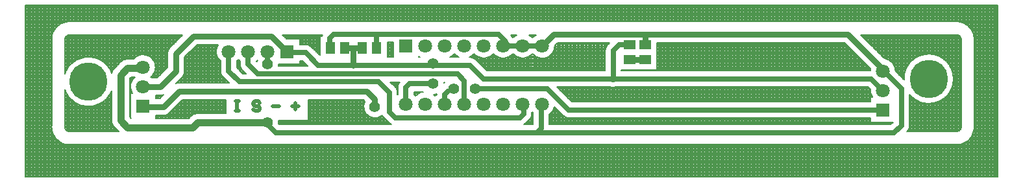
<source format=gtl>
%FSLAX44Y44*%
%MOMM*%
G71*
G01*
G75*
%ADD10C,0.2032*%
%ADD11R,1.5000X1.3000*%
%ADD12R,1.3000X1.5000*%
%ADD13C,0.6350*%
%ADD14C,0.7620*%
%ADD15C,0.8890*%
%ADD16C,0.5080*%
%ADD17C,1.8000*%
%ADD18R,1.8000X1.8000*%
%ADD19C,5.0000*%
%ADD20C,1.4000*%
D10*
X1622907Y892484D02*
X1621202Y892536D01*
X1643250Y869315D02*
X1643106Y871900D01*
X1642678Y874453D01*
X1641970Y876943D01*
X1640990Y879339D01*
X1639752Y881612D01*
X1638269Y883735D01*
X1636561Y885680D01*
X1634649Y887424D01*
X1632555Y888946D01*
X1630305Y890228D01*
X1627928Y891252D01*
X1625452Y892007D01*
X1622907Y892484D01*
X1625978Y869315D02*
X1625339Y872031D01*
X1623557Y874177D01*
X1621004Y875304D01*
X1643106Y866727D02*
X1643250Y869315D01*
X1625927Y868527D02*
X1625978Y869315D01*
X1625927Y868527D02*
X1625874Y866822D01*
X1540366Y828040D02*
X1540157Y830649D01*
X1539534Y833192D01*
X1538514Y835603D01*
X1537122Y837820D01*
X1535395Y839787D01*
X1533376Y841454D01*
X1531118Y842777D01*
X1528677Y843724D01*
X1526117Y844268D01*
X1616056Y817880D02*
X1615954Y820444D01*
X1615650Y822993D01*
X1615144Y825509D01*
X1614441Y827977D01*
X1613544Y830382D01*
X1612460Y832708D01*
X1611194Y834940D01*
X1609756Y837066D01*
X1608154Y839071D01*
X1606398Y840943D01*
X1604500Y842669D01*
X1602470Y844240D01*
X1600323Y845645D01*
X1598070Y846876D01*
X1595728Y847924D01*
X1593309Y848783D01*
X1590831Y849448D01*
X1588307Y849915D01*
X1585754Y850180D01*
X1583189Y850242D01*
X1580626Y850101D01*
X1578083Y849757D01*
X1575575Y849212D01*
X1573118Y848471D01*
X1570728Y847537D01*
X1568419Y846417D01*
X1566206Y845117D01*
X1564103Y843646D01*
X1562123Y842013D01*
X1560278Y840228D01*
X1558581Y838303D01*
X1557042Y836250D01*
X1555670Y834081D01*
X1554475Y831810D01*
X1553463Y829451D01*
X1552641Y827020D01*
X1552015Y824531D01*
X1551587Y822000D01*
X1551362Y819444D01*
X1551340Y816878D01*
X1507884Y830891D02*
X1507638Y828421D01*
X1507694Y804039D02*
X1507689Y801299D01*
X1508141Y798597D01*
X1509038Y796009D01*
X1510353Y793606D01*
X1164756Y862164D02*
X1163081Y859980D01*
X1162028Y857438D01*
X1161669Y854710D01*
X1164767Y862175D02*
X1163086Y859989D01*
X1162029Y857443D01*
X1161669Y854710D01*
X1172210Y806704D02*
X1175923Y807339D01*
X1167226D02*
X1170940Y806704D01*
X1558671Y797347D02*
X1560373Y795433D01*
X1562222Y793659D01*
X1564205Y792037D01*
X1566310Y790576D01*
X1568524Y789287D01*
X1570833Y788177D01*
X1573222Y787254D01*
X1575677Y786522D01*
X1578182Y785986D01*
X1580722Y785650D01*
X1583280Y785517D01*
X1585841Y785586D01*
X1588389Y785857D01*
X1590907Y786329D01*
X1593379Y786998D01*
X1595791Y787861D01*
X1598128Y788913D01*
X1600374Y790145D01*
X1602515Y791552D01*
X1604538Y793123D01*
X1606431Y794849D01*
X1608181Y796720D01*
X1609778Y798723D01*
X1611211Y800847D01*
X1612472Y803077D01*
X1613553Y805399D01*
X1614446Y807800D01*
X1615147Y810264D01*
X1615651Y812776D01*
X1615955Y815320D01*
X1616056Y817880D01*
X1643053Y751993D02*
X1643126Y753110D01*
X1617297Y731794D02*
X1619882Y731650D01*
X1622467Y731793D01*
X1625020Y732222D01*
X1627511Y732930D01*
X1629907Y733909D01*
X1632181Y735147D01*
X1634303Y736630D01*
X1636249Y738338D01*
X1637994Y740251D01*
X1639516Y742345D01*
X1640797Y744594D01*
X1641822Y746972D01*
X1642577Y749448D01*
X1643053Y751993D01*
X1555573Y749455D02*
X1557254Y751641D01*
X1558311Y754187D01*
X1558671Y756920D01*
X1620946Y749015D02*
X1623217Y749914D01*
X1624953Y751633D01*
X1625874Y753896D01*
X1618568Y749026D02*
X1617392D01*
X1555584Y749466D02*
X1557259Y751649D01*
X1558312Y754192D01*
X1558671Y756920D01*
X1088771Y771373D02*
X1090602Y772835D01*
X1092205Y774543D01*
X1093547Y776463D01*
X1094602Y778554D01*
X1095348Y780775D01*
X1106336Y769786D02*
X1108520Y768111D01*
X1111062Y767058D01*
X1113790Y766699D01*
X1106326Y769797D02*
X1108511Y768116D01*
X1111057Y767059D01*
X1113790Y766699D01*
X1071441Y875304D02*
X1069045Y873652D01*
X1066981Y871601D01*
X1066619D02*
X1064555Y873652D01*
X1062159Y875304D01*
X1046041D02*
X1043645Y873652D01*
X1041581Y871601D01*
X1066981Y850519D02*
X1068729Y848738D01*
X1070727Y847244D01*
X1072929Y846071D01*
X1075284Y845246D01*
X1077737Y844789D01*
X1080231Y844710D01*
X1082708Y845012D01*
X1085110Y845686D01*
X1087383Y846717D01*
X1089471Y848082D01*
X1091328Y849749D01*
X1092910Y851678D01*
X1094181Y853826D01*
X1095110Y856142D01*
X1095676Y858572D01*
X1095866Y861060D01*
X1041581Y850519D02*
X1043400Y848677D01*
X1045486Y847144D01*
X1047789Y845960D01*
X1050249Y845154D01*
X1052805Y844745D01*
X1055395D01*
X1057951Y845154D01*
X1060411Y845960D01*
X1062714Y847144D01*
X1064800Y848677D01*
X1066619Y850519D01*
X1041219Y871601D02*
X1040556Y872342D01*
X1038683Y874874D01*
X1040556Y872342D02*
X1038694Y874864D01*
X1016000Y850737D02*
X1017806Y848847D01*
X1019890Y847268D01*
X1022199Y846041D01*
X1024674Y845197D01*
X1027251Y844758D01*
X1029866Y844736D01*
X1032451Y845130D01*
X1034940Y845930D01*
X1037270Y847117D01*
X1039381Y848660D01*
X1041219Y850519D01*
X990600Y850737D02*
X992425Y848829D01*
X994533Y847240D01*
X996870Y846010D01*
X999374Y845172D01*
X1001980Y844747D01*
X1004620D01*
X1007226Y845172D01*
X1009730Y846010D01*
X1012066Y847240D01*
X1014175Y848829D01*
X1016000Y850737D01*
X984760Y846201D02*
X986930Y847410D01*
X988891Y848934D01*
X990600Y850737D01*
X965200D02*
X966909Y848934D01*
X968870Y847410D01*
X971040Y846201D01*
X959360D02*
X961530Y847410D01*
X963491Y848934D01*
X965200Y850737D01*
X992974Y843114D02*
X990790Y844789D01*
X988248Y845842D01*
X985520Y846201D01*
X992984Y843103D02*
X990799Y844784D01*
X988253Y845841D01*
X985520Y846201D01*
X918066Y847413D02*
X920240Y846201D01*
X952355Y813689D02*
X951591Y812537D01*
X951463Y813689D01*
X792922Y875304D02*
X792324Y873386D01*
X792922Y875304D02*
X792324Y873386D01*
X780884Y857084D02*
X779505Y858245D01*
X777821Y860112D01*
X775742Y861528D01*
X773387Y862411D01*
X770890Y862711D01*
X706703Y841094D02*
X708105Y842470D01*
X707415Y840382D01*
X735563Y834771D02*
X735726Y836930D01*
X465503Y892536D02*
X462918Y892680D01*
X460333Y892537D01*
X457780Y892108D01*
X455289Y891400D01*
X452893Y890421D01*
X450619Y889183D01*
X448497Y887700D01*
X446551Y885992D01*
X444806Y884079D01*
X443284Y881985D01*
X442003Y879736D01*
X440978Y877358D01*
X440223Y874882D01*
X439747Y872337D01*
X683260Y843117D02*
X685419Y840921D01*
X681101D02*
X683260Y843117D01*
X656987Y862584D02*
X655685Y860265D01*
X654776Y857767D01*
X654284Y855154D01*
X654221Y852495D01*
X654590Y849862D01*
X655380Y847323D01*
X656571Y844946D01*
X658131Y842793D01*
X660019Y840921D01*
X685419Y836930D02*
X685779Y834197D01*
X686836Y831651D01*
X688517Y829465D01*
X685419Y836930D02*
X685778Y834202D01*
X686831Y831659D01*
X688506Y829476D01*
X594077Y858803D02*
X592301Y856488D01*
X591185Y853793D01*
X590804Y850900D01*
X594077Y858803D02*
X592301Y856488D01*
X591185Y853793D01*
X590804Y850900D01*
X575166Y833120D02*
X574976Y835608D01*
X574410Y838038D01*
X573480Y840354D01*
X572210Y842502D01*
X570628Y844431D01*
X568771Y846098D01*
X566683Y847463D01*
X564411Y848494D01*
X562008Y849168D01*
X559531Y849470D01*
X557037Y849391D01*
X554584Y848934D01*
X552229Y848109D01*
X550027Y846936D01*
X548029Y845442D01*
X546281Y843661D01*
X660019Y828040D02*
X660379Y825307D01*
X661436Y822761D01*
X663117Y820575D01*
X660019Y828040D02*
X660378Y825312D01*
X661431Y822769D01*
X663106Y820586D01*
X609883Y820137D02*
X611659Y822452D01*
X612775Y825147D01*
X613156Y828040D01*
X609883Y820137D02*
X611659Y822452D01*
X612775Y825147D01*
X613156Y828040D01*
X569123Y820420D02*
X570883Y822082D01*
X572379Y823985D01*
X573578Y826088D01*
X574454Y828344D01*
X574987Y830706D01*
X575166Y833120D01*
X570756Y818896D02*
X569123Y820420D01*
X463703Y875357D02*
X465408Y875304D01*
X463703Y875357D02*
X461412Y875219D01*
X459334Y874245D01*
X457765Y872570D01*
X456926Y870434D01*
X439747Y872337D02*
X439694Y870633D01*
X538480Y843661D02*
X536176Y843434D01*
X533960Y842762D01*
X531918Y841671D01*
X530128Y840202D01*
X538480Y843661D02*
X536176Y843434D01*
X533960Y842762D01*
X531918Y841671D01*
X530128Y840202D01*
X518021Y825339D02*
X517028Y827717D01*
X515849Y830009D01*
X514492Y832199D01*
X512965Y834275D01*
X511277Y836223D01*
X509440Y838030D01*
X507464Y839685D01*
X505364Y841178D01*
X503151Y842499D01*
X500840Y843640D01*
X498445Y844593D01*
X495983Y845353D01*
X493467Y845914D01*
X490915Y846274D01*
X488343Y846429D01*
X485766Y846379D01*
X483202Y846125D01*
X480666Y845667D01*
X478174Y845008D01*
X475742Y844154D01*
X473387Y843109D01*
X471122Y841880D01*
X468962Y840474D01*
X466920Y838901D01*
X465010Y837171D01*
X463244Y835294D01*
X461633Y833282D01*
X460187Y831149D01*
X458915Y828908D01*
X457826Y826572D01*
X456926Y824157D01*
X521238Y831312D02*
X519784Y829543D01*
X518698Y827527D01*
X518021Y825339D01*
X521238Y831312D02*
X519784Y829543D01*
X518698Y827527D01*
X518021Y825339D01*
X937877Y797177D02*
X939950Y797418D01*
X941966Y797957D01*
X941959Y797379D02*
X939800Y795183D01*
X937877Y797177D01*
X924325Y800989D02*
X922046Y800426D01*
X919870Y799542D01*
X917844Y798357D01*
X916008Y796894D01*
X914400Y795183D01*
X1066800Y774537D02*
X1067689Y773531D01*
X1065911D02*
X1066800Y774537D01*
X1062813Y764696D02*
X1064494Y766881D01*
X1065551Y769427D01*
X1065911Y772160D01*
X1062824Y764706D02*
X1064499Y766889D01*
X1065552Y769432D01*
X1065911Y772160D01*
X894038Y813689D02*
X892473Y811547D01*
X891493Y809082D01*
X891159Y806450D01*
X894038Y813689D02*
X892473Y811547D01*
X891493Y809082D01*
X891159Y806450D01*
X890651Y800100D02*
X890291Y802833D01*
X889234Y805379D01*
X887553Y807564D01*
X890651Y800100D02*
X890292Y802828D01*
X889239Y805370D01*
X887564Y807554D01*
X914400Y795183D02*
X912241Y797379D01*
X870548Y770263D02*
X872667Y767235D01*
X870548Y770263D02*
X872656Y767246D01*
X1055499Y757916D02*
X1057744Y759626D01*
X1055499Y757916D02*
X1057755Y759637D01*
X880276Y759626D02*
X882521Y757916D01*
X880266Y759637D02*
X882521Y757916D01*
X848479Y787986D02*
X847465Y785693D01*
X846865Y783258D01*
X846697Y780757D01*
X846967Y778264D01*
X847666Y775856D01*
X848773Y773606D01*
X850254Y771583D01*
X852065Y769849D01*
X854149Y768455D01*
X856444Y767446D01*
X858880Y766850D01*
X861382Y766688D01*
X863874Y766962D01*
X866281Y767666D01*
X868528Y768778D01*
X870548Y770263D01*
X735726Y760730D02*
X735452Y763524D01*
X735603Y758854D02*
X735726Y760730D01*
X605790Y812546D02*
X603543Y812318D01*
X601388Y811642D01*
X605790Y812546D02*
X603543Y812318D01*
X601388Y811642D01*
X548026Y820039D02*
X546204Y818169D01*
X544703Y816034D01*
X543561Y813687D01*
X542806Y811188D01*
X542458Y808601D01*
X542525Y805992D01*
X543007Y803427D01*
X543891Y800971D01*
X545153Y798686D01*
X581660Y796544D02*
X583907Y796772D01*
X586062Y797448D01*
X581660Y796544D02*
X583907Y796772D01*
X586062Y797448D01*
X456926Y803983D02*
X457818Y801588D01*
X458895Y799271D01*
X460153Y797047D01*
X461581Y794928D01*
X463173Y792929D01*
X464917Y791061D01*
X466803Y789337D01*
X468820Y787767D01*
X470953Y786361D01*
X473191Y785128D01*
X475520Y784075D01*
X477924Y783209D01*
X480389Y782536D01*
X482900Y782059D01*
X485440Y781782D01*
X487994Y781705D01*
X490546Y781831D01*
X493081Y782158D01*
X495582Y782683D01*
X498033Y783404D01*
X500420Y784317D01*
X502728Y785415D01*
X504941Y786691D01*
X507047Y788138D01*
X509033Y789747D01*
X510885Y791507D01*
X512593Y793408D01*
X514145Y795438D01*
X515533Y797584D01*
X516746Y799833D01*
X517779Y802170D01*
X629920Y772541D02*
X627616Y772314D01*
X625400Y771642D01*
X623358Y770551D01*
X621568Y769082D01*
X629920Y772541D02*
X627616Y772314D01*
X625400Y771642D01*
X623358Y770551D01*
X621568Y769082D01*
X585470Y769874D02*
X588363Y770255D01*
X591058Y771371D01*
X593373Y773147D01*
X585470Y769874D02*
X588363Y770255D01*
X591058Y771371D01*
X593373Y773147D01*
X517779Y763270D02*
X518006Y760966D01*
X518678Y758750D01*
X519770Y756708D01*
X521238Y754918D01*
X517779Y763270D02*
X518006Y760966D01*
X518678Y758750D01*
X519770Y756708D01*
X521238Y754918D01*
X456874Y755803D02*
X457010Y753512D01*
X457985Y751435D01*
X459660Y749865D01*
X461796Y749026D01*
X456874Y755803D02*
X456946Y756920D01*
X439694Y757603D02*
X439550Y755018D01*
X439693Y752433D01*
X440122Y749880D01*
X440830Y747389D01*
X441809Y744993D01*
X443047Y742719D01*
X444530Y740596D01*
X446238Y738651D01*
X448151Y736906D01*
X450245Y735384D01*
X452494Y734103D01*
X454872Y733078D01*
X457348Y732323D01*
X459893Y731846D01*
X459893D02*
X461598Y731794D01*
X1631696Y889475D02*
Y914400D01*
X1629664Y890535D02*
Y914400D01*
X1627632Y891358D02*
Y914400D01*
X1625600Y891970D02*
Y914400D01*
X1637792Y884323D02*
Y914400D01*
X1635760Y886458D02*
Y914400D01*
X1633728Y888137D02*
Y914400D01*
X1621536Y892552D02*
Y914400D01*
X1619504Y892536D02*
Y914400D01*
X1617472Y892536D02*
Y914400D01*
X1623568Y892388D02*
Y914400D01*
X1615440Y892536D02*
Y914400D01*
X1613408Y892536D02*
Y914400D01*
X1625281Y892048D02*
X1673860D01*
X1630719Y890016D02*
X1673860D01*
X1633934Y887984D02*
X1673860D01*
X1636290Y885952D02*
X1673860D01*
X1638123Y883920D02*
X1673860D01*
X1639578Y881888D02*
X1673860D01*
X1611376Y892536D02*
Y914400D01*
X1609344Y892536D02*
Y914400D01*
X1607312Y892536D02*
Y914400D01*
X1605280Y892536D02*
Y914400D01*
X1603248Y892536D02*
Y914400D01*
X1601216Y892536D02*
Y914400D01*
X1599184Y892536D02*
Y914400D01*
X1597152Y892536D02*
Y914400D01*
X1595120Y892536D02*
Y914400D01*
X1593088Y892536D02*
Y914400D01*
X1591056Y892536D02*
Y914400D01*
X1589024Y892536D02*
Y914400D01*
X1586992Y892536D02*
Y914400D01*
X1584960Y892536D02*
Y914400D01*
X1582928Y892536D02*
Y914400D01*
X1580896Y892536D02*
Y914400D01*
X1578864Y892536D02*
Y914400D01*
X1576832Y892536D02*
Y914400D01*
X1574800Y892536D02*
Y914400D01*
X1572768Y892536D02*
Y914400D01*
X1570736Y892536D02*
Y914400D01*
X1568704Y892536D02*
Y914400D01*
X1566672Y892536D02*
Y914400D01*
X1564640Y892536D02*
Y914400D01*
X1562608Y892536D02*
Y914400D01*
X1560576Y892536D02*
Y914400D01*
X1558544Y892536D02*
Y914400D01*
X1556512Y892536D02*
Y914400D01*
X1554480Y892536D02*
Y914400D01*
X1552448Y892536D02*
Y914400D01*
X1640737Y879856D02*
X1673860D01*
X1641645Y877824D02*
X1673860D01*
X1641856Y877264D02*
Y914400D01*
X1639824Y881495D02*
Y914400D01*
X1642334Y875792D02*
X1673860D01*
X1609344Y837614D02*
Y875304D01*
X1607312Y840006D02*
Y875304D01*
X1605280Y841993D02*
Y875304D01*
X1615440Y824165D02*
Y875304D01*
X1613408Y830702D02*
Y875304D01*
X1611376Y834644D02*
Y875304D01*
X1642823Y873760D02*
X1673860D01*
X1643125Y871728D02*
X1673860D01*
X1643247Y869696D02*
X1673860D01*
X1643191Y867664D02*
X1673860D01*
X1643106Y862330D02*
Y866727D01*
Y865632D02*
X1673860D01*
X1603248Y843668D02*
Y875304D01*
X1625874Y862330D02*
Y866822D01*
X1601216Y845090D02*
Y875304D01*
X1593088Y848851D02*
Y875304D01*
X1591056Y849397D02*
Y875304D01*
X1589024Y849803D02*
Y875304D01*
X1599184Y846296D02*
Y875304D01*
X1597152Y847314D02*
Y875304D01*
X1595120Y848161D02*
Y875304D01*
X1586992Y850077D02*
Y875304D01*
X1584960Y850221D02*
Y875304D01*
X1582928Y850237D02*
Y875304D01*
X1580896Y850125D02*
Y875304D01*
X1578864Y849884D02*
Y875304D01*
X1576832Y849511D02*
Y875304D01*
X1574800Y849001D02*
Y875304D01*
X1572768Y848347D02*
Y875304D01*
X1570736Y847541D02*
Y875304D01*
X1568704Y846568D02*
Y875304D01*
X1566672Y845411D02*
Y875304D01*
X1564640Y844046D02*
Y875304D01*
X1562608Y842438D02*
Y875304D01*
X1560576Y840536D02*
Y875304D01*
X1558544Y838257D02*
Y875304D01*
X1556512Y835456D02*
Y875304D01*
X1554480Y831820D02*
Y875304D01*
X1552448Y826336D02*
Y875304D01*
X1550416Y892536D02*
Y914400D01*
X1548384Y892536D02*
Y914400D01*
X1546352Y892536D02*
Y914400D01*
X1544320Y892536D02*
Y914400D01*
X1542288Y892536D02*
Y914400D01*
X1540256Y892536D02*
Y914400D01*
X1538224Y892536D02*
Y914400D01*
X1536192Y892536D02*
Y914400D01*
X1534160Y892536D02*
Y914400D01*
X1532128Y892536D02*
Y914400D01*
X1530096Y892536D02*
Y914400D01*
X1528064Y892536D02*
Y914400D01*
X1526032Y892536D02*
Y914400D01*
X1524000Y892536D02*
Y914400D01*
X1521968Y892536D02*
Y914400D01*
X1519936Y892536D02*
Y914400D01*
X1517904Y892536D02*
Y914400D01*
X1515872Y892536D02*
Y914400D01*
X1513840Y892536D02*
Y914400D01*
X1511808Y892536D02*
Y914400D01*
X1509776Y892536D02*
Y914400D01*
X1507744Y892536D02*
Y914400D01*
X1505712Y892536D02*
Y914400D01*
X1503680Y892536D02*
Y914400D01*
X1501648Y892536D02*
Y914400D01*
X1499616Y892536D02*
Y914400D01*
X1497584Y892536D02*
Y914400D01*
X1495552Y892536D02*
Y914400D01*
X1493520Y892536D02*
Y914400D01*
X1491488Y892536D02*
Y914400D01*
X1489456Y892536D02*
Y914400D01*
X1487424Y892536D02*
Y914400D01*
X1485392Y892536D02*
Y914400D01*
X1483360Y892536D02*
Y914400D01*
X1481328Y892536D02*
Y914400D01*
X1479296Y892536D02*
Y914400D01*
X1477264Y892536D02*
Y914400D01*
X1475232Y892536D02*
Y914400D01*
X1473200Y892536D02*
Y914400D01*
X1471168Y892536D02*
Y914400D01*
X1469136Y892536D02*
Y914400D01*
X1467104Y892536D02*
Y914400D01*
X1465072Y892536D02*
Y914400D01*
X1463040Y892536D02*
Y914400D01*
X1461008Y892536D02*
Y914400D01*
X1458976Y892536D02*
Y914400D01*
X1456944Y892536D02*
Y914400D01*
X1454912Y892536D02*
Y914400D01*
X1452880Y892536D02*
Y914400D01*
X1450848Y892536D02*
Y914400D01*
X1544320Y823897D02*
Y875304D01*
X1542288Y825929D02*
Y875304D01*
X1540256Y829934D02*
Y875304D01*
X1538224Y836135D02*
Y875304D01*
X1550416Y817801D02*
Y875304D01*
X1548384Y819833D02*
Y875304D01*
X1546352Y821865D02*
Y875304D01*
X1495081D02*
X1621004D01*
X1530096Y843228D02*
Y875304D01*
X1528064Y843893D02*
Y875304D01*
X1536192Y838958D02*
Y875304D01*
X1534160Y840871D02*
Y875304D01*
X1532128Y842245D02*
Y875304D01*
X1519936Y850449D02*
Y875304D01*
X1517904Y852481D02*
Y875304D01*
X1515872Y854513D02*
Y875304D01*
X1526032Y844353D02*
Y875304D01*
X1524000Y846385D02*
Y875304D01*
X1521968Y848417D02*
Y875304D01*
X1498657Y871728D02*
X1625479D01*
X1500689Y869696D02*
X1625966D01*
X1496625Y873760D02*
X1624052D01*
X1502721Y867664D02*
X1625858D01*
X1504753Y865632D02*
X1625874D01*
X1495081Y875304D02*
X1526117Y844268D01*
X1507744Y862641D02*
Y875304D01*
X1505712Y864673D02*
Y875304D01*
X1503680Y866705D02*
Y875304D01*
X1513840Y856545D02*
Y875304D01*
X1511808Y858577D02*
Y875304D01*
X1509776Y860609D02*
Y875304D01*
X1448816Y892536D02*
Y914400D01*
X1446784Y892536D02*
Y914400D01*
X1444752Y892536D02*
Y914400D01*
X1442720Y892536D02*
Y914400D01*
X1440688Y892536D02*
Y914400D01*
X1438656Y892536D02*
Y914400D01*
X1501648Y868737D02*
Y875304D01*
X1499616Y870769D02*
Y875304D01*
X1497584Y872801D02*
Y875304D01*
X1473651Y865124D02*
X1507884Y830891D01*
X1473200Y828421D02*
Y865124D01*
X1471168Y828421D02*
Y865124D01*
X1228986D02*
X1473651D01*
X1469136Y828421D02*
Y865124D01*
X1467104Y828421D02*
Y865124D01*
X1465072Y828421D02*
Y865124D01*
X1463040Y828421D02*
Y865124D01*
X1461008Y828421D02*
Y865124D01*
X1643106Y863600D02*
X1673860D01*
X1643106Y861568D02*
X1673860D01*
X1643106Y859536D02*
X1673860D01*
X1643106Y857504D02*
X1673860D01*
X1643106Y855472D02*
X1673860D01*
X1643106Y853440D02*
X1673860D01*
X1643106Y851408D02*
X1673860D01*
X1508817Y861568D02*
X1625874D01*
X1510849Y859536D02*
X1625874D01*
X1512881Y857504D02*
X1625874D01*
X1514913Y855472D02*
X1625874D01*
X1516945Y853440D02*
X1625874D01*
X1518977Y851408D02*
X1625874D01*
X1643106Y849376D02*
X1673860D01*
X1643106Y847344D02*
X1673860D01*
X1643106Y845312D02*
X1673860D01*
X1643106Y843280D02*
X1673860D01*
X1643106Y841248D02*
X1673860D01*
X1643106Y839216D02*
X1673860D01*
X1643106Y837184D02*
X1673860D01*
X1643106Y835152D02*
X1673860D01*
X1643106Y833120D02*
X1673860D01*
X1643106Y831088D02*
X1673860D01*
X1643106Y829056D02*
X1673860D01*
X1643106Y827024D02*
X1673860D01*
X1591144Y849376D02*
X1625874D01*
X1597085Y847344D02*
X1625874D01*
X1600867Y845312D02*
X1625874D01*
X1603750Y843280D02*
X1625874D01*
X1606084Y841248D02*
X1625874D01*
X1608028Y839216D02*
X1625874D01*
X1535956D02*
X1559352D01*
X1521009Y849376D02*
X1576236D01*
X1523041Y847344D02*
X1570295D01*
X1525073Y845312D02*
X1566513D01*
X1529966Y843280D02*
X1563630D01*
X1533664Y841248D02*
X1561296D01*
X1609669Y837184D02*
X1625874D01*
X1611062Y835152D02*
X1625874D01*
X1612243Y833120D02*
X1625874D01*
X1613238Y831088D02*
X1625874D01*
X1614065Y829056D02*
X1625874D01*
X1614738Y827024D02*
X1625874D01*
X1537573Y837184D02*
X1557711D01*
X1538740Y835152D02*
X1556318D01*
X1539558Y833120D02*
X1555137D01*
X1540080Y831088D02*
X1554142D01*
X1540334Y829056D02*
X1553315D01*
X1541193Y827024D02*
X1552643D01*
X1643106Y824992D02*
X1673860D01*
X1643106Y822960D02*
X1673860D01*
X1643106Y820928D02*
X1673860D01*
X1643106Y818896D02*
X1673860D01*
X1643106Y816864D02*
X1673860D01*
X1643106Y814832D02*
X1673860D01*
X1643106Y812800D02*
X1673860D01*
X1615265Y824992D02*
X1625874D01*
X1615655Y822960D02*
X1625874D01*
X1615912Y820928D02*
X1625874D01*
X1616040Y818896D02*
X1625874D01*
X1616040Y816864D02*
X1625874D01*
X1615912Y814832D02*
X1625874D01*
X1643106Y810768D02*
X1673860D01*
X1643106Y808736D02*
X1673860D01*
X1643106Y806704D02*
X1673860D01*
X1643106Y804672D02*
X1673860D01*
X1643106Y802640D02*
X1673860D01*
X1643106Y800608D02*
X1673860D01*
X1643106Y798576D02*
X1673860D01*
X1643106Y796544D02*
X1673860D01*
X1643106Y794512D02*
X1673860D01*
X1643106Y792480D02*
X1673860D01*
X1643106Y790448D02*
X1673860D01*
X1643106Y788416D02*
X1673860D01*
X1615655Y812800D02*
X1625874D01*
X1615265Y810768D02*
X1625874D01*
X1614738Y808736D02*
X1625874D01*
X1614065Y806704D02*
X1625874D01*
X1613238Y804672D02*
X1625874D01*
X1612243Y802640D02*
X1625874D01*
X1543225Y824992D02*
X1552115D01*
X1545257Y822960D02*
X1551725D01*
X1547289Y820928D02*
X1551468D01*
X1549321Y818896D02*
X1551340D01*
X1540365Y827852D02*
X1551340Y816878D01*
X1611062Y800608D02*
X1625874D01*
X1609669Y798576D02*
X1625874D01*
X1608028Y796544D02*
X1625874D01*
X1606084Y794512D02*
X1625874D01*
X1603750Y792480D02*
X1625874D01*
X1600867Y790448D02*
X1625874D01*
X1558671Y794512D02*
X1561296D01*
X1558671Y792480D02*
X1563630D01*
X1509776Y793606D02*
Y794545D01*
X1597085Y788416D02*
X1625874D01*
X1558671D02*
X1570295D01*
X1558671Y790448D02*
X1566513D01*
X1506785Y863600D02*
X1625874D01*
X1499616Y828421D02*
Y839159D01*
X1495552Y828421D02*
Y843223D01*
X1497584Y828421D02*
Y841191D01*
X1491488Y828421D02*
Y847287D01*
X1493520Y828421D02*
Y845255D01*
X1489456Y828421D02*
Y849319D01*
X1228986Y847344D02*
X1491431D01*
X1228986Y845312D02*
X1493463D01*
X1228986Y849376D02*
X1489399D01*
X1228986Y841248D02*
X1497527D01*
X1228986Y839216D02*
X1499559D01*
X1228986Y843280D02*
X1495495D01*
X1507744Y829934D02*
Y831031D01*
X1228986Y837184D02*
X1501591D01*
X1503680Y828421D02*
Y835095D01*
X1505712Y828421D02*
Y833063D01*
X1501648Y828421D02*
Y837127D01*
X1228986Y833120D02*
X1505655D01*
X1228986Y831088D02*
X1507687D01*
X1228986Y835152D02*
X1503623D01*
X1182751Y829056D02*
X1507666D01*
X1182751Y828421D02*
X1507638D01*
X1175923Y807339D02*
X1504394D01*
X1458976Y828421D02*
Y865124D01*
X1475232Y828421D02*
Y863543D01*
X1456944Y828421D02*
Y865124D01*
X1454912Y828421D02*
Y865124D01*
X1452880Y828421D02*
Y865124D01*
X1450848Y828421D02*
Y865124D01*
X1448816Y828421D02*
Y865124D01*
X1446784Y828421D02*
Y865124D01*
X1228986Y863600D02*
X1475175D01*
X1444752Y828421D02*
Y865124D01*
X1442720Y828421D02*
Y865124D01*
X1440688Y828421D02*
Y865124D01*
X1438656Y828421D02*
Y865124D01*
X1485392Y828421D02*
Y853383D01*
X1487424Y828421D02*
Y851351D01*
X1483360Y828421D02*
Y855415D01*
X1479296Y828421D02*
Y859479D01*
X1481328Y828421D02*
Y857447D01*
X1477264Y828421D02*
Y861511D01*
X1228986Y859536D02*
X1479239D01*
X1228986Y857504D02*
X1481271D01*
X1228986Y861568D02*
X1477207D01*
X1228986Y853440D02*
X1485335D01*
X1228986Y851408D02*
X1487367D01*
X1228986Y855472D02*
X1483303D01*
X1504394Y807339D02*
X1507694Y804039D01*
X1505712Y787781D02*
Y806021D01*
X1503680Y787781D02*
Y807339D01*
X1501648Y787781D02*
Y807339D01*
X1499616Y787781D02*
Y807339D01*
X1497584Y787781D02*
Y807339D01*
X1495552Y787781D02*
Y807339D01*
X1172210Y806704D02*
X1505029D01*
X1101265Y804672D02*
X1507061D01*
X1493520Y787781D02*
Y807339D01*
X1491488Y787781D02*
Y807339D01*
X1489456Y787781D02*
Y807339D01*
X1487424Y787781D02*
Y807339D01*
X1507634Y793606D02*
X1510353D01*
X1507744D02*
Y800746D01*
X1115489Y790448D02*
X1507634D01*
X1117521Y788416D02*
X1507634D01*
Y787781D02*
Y793606D01*
X1103297Y802640D02*
X1507634D01*
X1105329Y800608D02*
X1507761D01*
X1107361Y798576D02*
X1508147D01*
X1109393Y796544D02*
X1508812D01*
X1111425Y794512D02*
X1509795D01*
X1113457Y792480D02*
X1507634D01*
X1485392Y787781D02*
Y807339D01*
X1483360Y787781D02*
Y807339D01*
X1481328Y787781D02*
Y807339D01*
X1479296Y787781D02*
Y807339D01*
X1477264Y787781D02*
Y807339D01*
X1475232Y787781D02*
Y807339D01*
X1473200Y787781D02*
Y807339D01*
X1471168Y787781D02*
Y807339D01*
X1469136Y787781D02*
Y807339D01*
X1467104Y787781D02*
Y807339D01*
X1465072Y787781D02*
Y807339D01*
X1463040Y787781D02*
Y807339D01*
X1461008Y787781D02*
Y807339D01*
X1458976Y787781D02*
Y807339D01*
X1456944Y787781D02*
Y807339D01*
X1454912Y787781D02*
Y807339D01*
X1452880Y787781D02*
Y807339D01*
X1450848Y787781D02*
Y807339D01*
X1448816Y787781D02*
Y807339D01*
X1446784Y787781D02*
Y807339D01*
X1444752Y787781D02*
Y807339D01*
X1442720Y787781D02*
Y807339D01*
X1440688Y787781D02*
Y807339D01*
X1438656Y787781D02*
Y807339D01*
X1436624Y892536D02*
Y914400D01*
X1434592Y892536D02*
Y914400D01*
X1432560Y892536D02*
Y914400D01*
X1430528Y892536D02*
Y914400D01*
X1428496Y892536D02*
Y914400D01*
X1426464Y892536D02*
Y914400D01*
X1424432Y892536D02*
Y914400D01*
X1422400Y892536D02*
Y914400D01*
X1420368Y892536D02*
Y914400D01*
X1418336Y892536D02*
Y914400D01*
X1416304Y892536D02*
Y914400D01*
X1414272Y892536D02*
Y914400D01*
X1412240Y892536D02*
Y914400D01*
X1410208Y892536D02*
Y914400D01*
X1408176Y892536D02*
Y914400D01*
X1406144Y892536D02*
Y914400D01*
X1404112Y892536D02*
Y914400D01*
X1402080Y892536D02*
Y914400D01*
X1400048Y892536D02*
Y914400D01*
X1398016Y892536D02*
Y914400D01*
X1395984Y892536D02*
Y914400D01*
X1393952Y892536D02*
Y914400D01*
X1391920Y892536D02*
Y914400D01*
X1389888Y892536D02*
Y914400D01*
X1387856Y892536D02*
Y914400D01*
X1385824Y892536D02*
Y914400D01*
X1383792Y892536D02*
Y914400D01*
X1381760Y892536D02*
Y914400D01*
X1379728Y892536D02*
Y914400D01*
X1377696Y892536D02*
Y914400D01*
X1375664Y892536D02*
Y914400D01*
X1373632Y892536D02*
Y914400D01*
X1371600Y892536D02*
Y914400D01*
X1369568Y892536D02*
Y914400D01*
X1367536Y892536D02*
Y914400D01*
X1365504Y892536D02*
Y914400D01*
X1363472Y892536D02*
Y914400D01*
X1361440Y892536D02*
Y914400D01*
X1359408Y892536D02*
Y914400D01*
X1357376Y892536D02*
Y914400D01*
X1355344Y892536D02*
Y914400D01*
X1353312Y892536D02*
Y914400D01*
X1351280Y892536D02*
Y914400D01*
X1349248Y892536D02*
Y914400D01*
X1347216Y892536D02*
Y914400D01*
X1345184Y892536D02*
Y914400D01*
X1343152Y892536D02*
Y914400D01*
X1341120Y892536D02*
Y914400D01*
X1339088Y892536D02*
Y914400D01*
X1337056Y892536D02*
Y914400D01*
X1436624Y828421D02*
Y865124D01*
X1434592Y828421D02*
Y865124D01*
X1335024Y892536D02*
Y914400D01*
X1432560Y828421D02*
Y865124D01*
X1430528Y828421D02*
Y865124D01*
X1428496Y828421D02*
Y865124D01*
X1426464Y828421D02*
Y865124D01*
X1332992Y892536D02*
Y914400D01*
X1330960Y892536D02*
Y914400D01*
X1328928Y892536D02*
Y914400D01*
X1326896Y892536D02*
Y914400D01*
X1324864Y892536D02*
Y914400D01*
X1322832Y892536D02*
Y914400D01*
X1424432Y828421D02*
Y865124D01*
X1422400Y828421D02*
Y865124D01*
X1420368Y828421D02*
Y865124D01*
X1418336Y828421D02*
Y865124D01*
X1416304Y828421D02*
Y865124D01*
X1414272Y828421D02*
Y865124D01*
X1412240Y828421D02*
Y865124D01*
X1410208Y828421D02*
Y865124D01*
X1408176Y828421D02*
Y865124D01*
X1406144Y828421D02*
Y865124D01*
X1404112Y828421D02*
Y865124D01*
X1402080Y828421D02*
Y865124D01*
X1320800Y892536D02*
Y914400D01*
X1318768Y892536D02*
Y914400D01*
X1316736Y892536D02*
Y914400D01*
X1314704Y892536D02*
Y914400D01*
X1312672Y892536D02*
Y914400D01*
X1310640Y892536D02*
Y914400D01*
X1308608Y892536D02*
Y914400D01*
X1306576Y892536D02*
Y914400D01*
X1304544Y892536D02*
Y914400D01*
X1302512Y892536D02*
Y914400D01*
X1300480Y892536D02*
Y914400D01*
X1298448Y892536D02*
Y914400D01*
X1296416Y892536D02*
Y914400D01*
X1294384Y892536D02*
Y914400D01*
X1292352Y892536D02*
Y914400D01*
X1290320Y892536D02*
Y914400D01*
X1288288Y892536D02*
Y914400D01*
X1286256Y892536D02*
Y914400D01*
X1284224Y892536D02*
Y914400D01*
X1282192Y892536D02*
Y914400D01*
X1280160Y892536D02*
Y914400D01*
X1278128Y892536D02*
Y914400D01*
X1276096Y892536D02*
Y914400D01*
X1274064Y892536D02*
Y914400D01*
X1272032Y892536D02*
Y914400D01*
X1270000Y892536D02*
Y914400D01*
X1267968Y892536D02*
Y914400D01*
X1265936Y892536D02*
Y914400D01*
X1263904Y892536D02*
Y914400D01*
X1261872Y892536D02*
Y914400D01*
X1259840Y892536D02*
Y914400D01*
X1257808Y892536D02*
Y914400D01*
X1255776Y892536D02*
Y914400D01*
X1253744Y892536D02*
Y914400D01*
X1251712Y892536D02*
Y914400D01*
X1249680Y892536D02*
Y914400D01*
X1247648Y892536D02*
Y914400D01*
X1245616Y892536D02*
Y914400D01*
X1243584Y892536D02*
Y914400D01*
X1241552Y892536D02*
Y914400D01*
X1239520Y892536D02*
Y914400D01*
X1237488Y892536D02*
Y914400D01*
X1235456Y892536D02*
Y914400D01*
X1233424Y892536D02*
Y914400D01*
X1231392Y892536D02*
Y914400D01*
X1229360Y892536D02*
Y914400D01*
X1227328Y892536D02*
Y914400D01*
X1225296Y892536D02*
Y914400D01*
X1223264Y892536D02*
Y914400D01*
X1221232Y892536D02*
Y914400D01*
X1219200Y892536D02*
Y914400D01*
X1217168Y892536D02*
Y914400D01*
X1215136Y892536D02*
Y914400D01*
X1213104Y892536D02*
Y914400D01*
X1211072Y892536D02*
Y914400D01*
X1209040Y892536D02*
Y914400D01*
X1207008Y892536D02*
Y914400D01*
X1204976Y892536D02*
Y914400D01*
X1202944Y892536D02*
Y914400D01*
X1200912Y892536D02*
Y914400D01*
X1198880Y892536D02*
Y914400D01*
X1196848Y892536D02*
Y914400D01*
X1194816Y892536D02*
Y914400D01*
X1192784Y892536D02*
Y914400D01*
X1190752Y892536D02*
Y914400D01*
X1188720Y892536D02*
Y914400D01*
X1186688Y892536D02*
Y914400D01*
X1184656Y892536D02*
Y914400D01*
X1182624Y892536D02*
Y914400D01*
X1180592Y892536D02*
Y914400D01*
X1178560Y892536D02*
Y914400D01*
X1176528Y892536D02*
Y914400D01*
X1174496Y892536D02*
Y914400D01*
X1172464Y892536D02*
Y914400D01*
X1170432Y892536D02*
Y914400D01*
X1168400Y892536D02*
Y914400D01*
X1166368Y892536D02*
Y914400D01*
X1164336Y892536D02*
Y914400D01*
X1162304Y892536D02*
Y914400D01*
X1160272Y892536D02*
Y914400D01*
X1158240Y892536D02*
Y914400D01*
X1156208Y892536D02*
Y914400D01*
X1154176Y892536D02*
Y914400D01*
X1152144Y892536D02*
Y914400D01*
X1150112Y892536D02*
Y914400D01*
X1148080Y892536D02*
Y914400D01*
X1146048Y892536D02*
Y914400D01*
X1144016Y892536D02*
Y914400D01*
X1141984Y892536D02*
Y914400D01*
X1139952Y892536D02*
Y914400D01*
X1137920Y892536D02*
Y914400D01*
X1135888Y892536D02*
Y914400D01*
X1133856Y892536D02*
Y914400D01*
X1131824Y892536D02*
Y914400D01*
X1129792Y892536D02*
Y914400D01*
X1127760Y892536D02*
Y914400D01*
X1125728Y892536D02*
Y914400D01*
X1123696Y892536D02*
Y914400D01*
X1121664Y892536D02*
Y914400D01*
X1119632Y892536D02*
Y914400D01*
X1117600Y892536D02*
Y914400D01*
X1115568Y892536D02*
Y914400D01*
X1113536Y892536D02*
Y914400D01*
X1111504Y892536D02*
Y914400D01*
X1109472Y892536D02*
Y914400D01*
X1107440Y892536D02*
Y914400D01*
X1105408Y892536D02*
Y914400D01*
X1103376Y892536D02*
Y914400D01*
X1101344Y892536D02*
Y914400D01*
X1099312Y892536D02*
Y914400D01*
X1097280Y892536D02*
Y914400D01*
X1095248Y892536D02*
Y914400D01*
X1093216Y892536D02*
Y914400D01*
X1091184Y892536D02*
Y914400D01*
X1089152Y892536D02*
Y914400D01*
X1087120Y892536D02*
Y914400D01*
X1085088Y892536D02*
Y914400D01*
X1083056Y892536D02*
Y914400D01*
X1081024Y892536D02*
Y914400D01*
X1078992Y892536D02*
Y914400D01*
X1076960Y892536D02*
Y914400D01*
X1074928Y892536D02*
Y914400D01*
X1072896Y892536D02*
Y914400D01*
X1400048Y828421D02*
Y865124D01*
X1398016Y828421D02*
Y865124D01*
X1395984Y828421D02*
Y865124D01*
X1393952Y828421D02*
Y865124D01*
X1391920Y828421D02*
Y865124D01*
X1389888Y828421D02*
Y865124D01*
X1387856Y828421D02*
Y865124D01*
X1385824Y828421D02*
Y865124D01*
X1383792Y828421D02*
Y865124D01*
X1381760Y828421D02*
Y865124D01*
X1379728Y828421D02*
Y865124D01*
X1377696Y828421D02*
Y865124D01*
X1375664Y828421D02*
Y865124D01*
X1373632Y828421D02*
Y865124D01*
X1371600Y828421D02*
Y865124D01*
X1369568Y828421D02*
Y865124D01*
X1367536Y828421D02*
Y865124D01*
X1365504Y828421D02*
Y865124D01*
X1363472Y828421D02*
Y865124D01*
X1361440Y828421D02*
Y865124D01*
X1359408Y828421D02*
Y865124D01*
X1357376Y828421D02*
Y865124D01*
X1355344Y828421D02*
Y865124D01*
X1353312Y828421D02*
Y865124D01*
X1351280Y828421D02*
Y865124D01*
X1349248Y828421D02*
Y865124D01*
X1347216Y828421D02*
Y865124D01*
X1345184Y828421D02*
Y865124D01*
X1343152Y828421D02*
Y865124D01*
X1341120Y828421D02*
Y865124D01*
X1339088Y828421D02*
Y865124D01*
X1337056Y828421D02*
Y865124D01*
X1335024Y828421D02*
Y865124D01*
X1332992Y828421D02*
Y865124D01*
X1330960Y828421D02*
Y865124D01*
X1328928Y828421D02*
Y865124D01*
X1326896Y828421D02*
Y865124D01*
X1324864Y828421D02*
Y865124D01*
X1322832Y828421D02*
Y865124D01*
X1320800Y828421D02*
Y865124D01*
X1318768Y828421D02*
Y865124D01*
X1316736Y828421D02*
Y865124D01*
X1314704Y828421D02*
Y865124D01*
X1312672Y828421D02*
Y865124D01*
X1228986Y857146D02*
Y865124D01*
Y848414D02*
Y857146D01*
Y848414D02*
Y857146D01*
X1310640Y828421D02*
Y865124D01*
X1308608Y828421D02*
Y865124D01*
X1228986Y829414D02*
Y848414D01*
X1306576Y828421D02*
Y865124D01*
X1304544Y828421D02*
Y865124D01*
X1302512Y828421D02*
Y865124D01*
X1300480Y828421D02*
Y865124D01*
X1298448Y828421D02*
Y865124D01*
X1296416Y828421D02*
Y865124D01*
X1294384Y828421D02*
Y865124D01*
X1292352Y828421D02*
Y865124D01*
X1290320Y828421D02*
Y865124D01*
X1288288Y828421D02*
Y865124D01*
X1286256Y828421D02*
Y865124D01*
X1284224Y828421D02*
Y865124D01*
X1282192Y828421D02*
Y865124D01*
X1280160Y828421D02*
Y865124D01*
X1436624Y787781D02*
Y807339D01*
X1278128Y828421D02*
Y865124D01*
X1434592Y787781D02*
Y807339D01*
X1432560Y787781D02*
Y807339D01*
X1430528Y787781D02*
Y807339D01*
X1276096Y828421D02*
Y865124D01*
X1274064Y828421D02*
Y865124D01*
X1272032Y828421D02*
Y865124D01*
X1270000Y828421D02*
Y865124D01*
X1267968Y828421D02*
Y865124D01*
X1265936Y828421D02*
Y865124D01*
X1263904Y828421D02*
Y865124D01*
X1261872Y828421D02*
Y865124D01*
X1259840Y828421D02*
Y865124D01*
X1257808Y828421D02*
Y865124D01*
X1255776Y828421D02*
Y865124D01*
X1253744Y828421D02*
Y865124D01*
X1251712Y828421D02*
Y865124D01*
X1249680Y828421D02*
Y865124D01*
X1247648Y828421D02*
Y865124D01*
X1245616Y828421D02*
Y865124D01*
X1243584Y828421D02*
Y865124D01*
X1241552Y828421D02*
Y865124D01*
X1239520Y828421D02*
Y865124D01*
X1237488Y828421D02*
Y865124D01*
X1235456Y828421D02*
Y865124D01*
X1233424Y828421D02*
Y865124D01*
X1231392Y828421D02*
Y865124D01*
X1229360Y828421D02*
Y865124D01*
X1227328Y828421D02*
Y829414D01*
X1225296Y828421D02*
Y829414D01*
X1223264Y828421D02*
Y829414D01*
X1221232Y828421D02*
Y829414D01*
X1219200Y828421D02*
Y829414D01*
X1217168Y828421D02*
Y829414D01*
X1208666D02*
X1228986D01*
X1215136Y828421D02*
Y829414D01*
X1213104Y828421D02*
Y829414D01*
X1211072Y828421D02*
Y829414D01*
X1209040Y828421D02*
Y829414D01*
X1207008Y828421D02*
Y829414D01*
X1204976Y828421D02*
Y829414D01*
X1099369Y865124D02*
X1167717D01*
X1166368Y863775D02*
Y865124D01*
X1097845Y863600D02*
X1166193D01*
X1199254Y829414D02*
X1208666D01*
X1199254D02*
X1208666D01*
X1164767Y862175D02*
X1167717Y865124D01*
X1202944Y828421D02*
Y829414D01*
X1200912Y828421D02*
Y829414D01*
X1198880Y828421D02*
Y829414D01*
X1196848Y828421D02*
Y829414D01*
X1194816Y828421D02*
Y829414D01*
X1192784Y828421D02*
Y829414D01*
X1182751D02*
X1199254D01*
X1190752Y828421D02*
Y829414D01*
X1188720Y828421D02*
Y829414D01*
X1186688Y828421D02*
Y829414D01*
X1184656Y828421D02*
Y829414D01*
X1182751Y828421D02*
Y829414D01*
X1164336Y861718D02*
Y865124D01*
X1162304Y858313D02*
Y865124D01*
X1160272Y828421D02*
Y865124D01*
X1158240Y828421D02*
Y865124D01*
X1156208Y828421D02*
Y865124D01*
X1154176Y828421D02*
Y865124D01*
X1152144Y828421D02*
Y865124D01*
X1150112Y828421D02*
Y865124D01*
X1148080Y828421D02*
Y865124D01*
X1146048Y828421D02*
Y865124D01*
X1144016Y828421D02*
Y865124D01*
X1141984Y828421D02*
Y865124D01*
X1139952Y828421D02*
Y865124D01*
X1095795Y859536D02*
X1162839D01*
X1095475Y857504D02*
X1162046D01*
X1095857Y861611D02*
X1099369Y865124D01*
X1161669Y828421D02*
Y854710D01*
X1094883Y855472D02*
X1161697D01*
X1093984Y853440D02*
X1161669D01*
X1092717Y851408D02*
X1161669D01*
X1090960Y849376D02*
X1161669D01*
X1088428Y847344D02*
X1161669D01*
X1083955Y845312D02*
X1161669D01*
X1137920Y828421D02*
Y865124D01*
X1135888Y828421D02*
Y865124D01*
X1133856Y828421D02*
Y865124D01*
X1131824Y828421D02*
Y865124D01*
X1129792Y828421D02*
Y865124D01*
X1127760Y828421D02*
Y865124D01*
X1125728Y828421D02*
Y865124D01*
X1123696Y828421D02*
Y865124D01*
X1121664Y828421D02*
Y865124D01*
X1119632Y828421D02*
Y865124D01*
X1117600Y828421D02*
Y865124D01*
X1115568Y828421D02*
Y865124D01*
X1113536Y828421D02*
Y865124D01*
X1170940Y806704D02*
X1172210D01*
X1170940D02*
X1172210D01*
X1117600Y788337D02*
Y807339D01*
X1115568Y790369D02*
Y807339D01*
X1111504Y828421D02*
Y865124D01*
X1098598Y807339D02*
X1167226D01*
X1109472Y828421D02*
Y865124D01*
X1099233Y806704D02*
X1170940D01*
X1113536Y792401D02*
Y807339D01*
X1111504Y794433D02*
Y807339D01*
X1107440Y828421D02*
Y865124D01*
X1105408Y828421D02*
Y865124D01*
X1103376Y828421D02*
Y865124D01*
X1101344Y828421D02*
Y865124D01*
X1099312Y828421D02*
Y865067D01*
X1097280Y828421D02*
Y863035D01*
X1095248Y828421D02*
Y856605D01*
X1093216Y828421D02*
Y852132D01*
X1091184Y828421D02*
Y849600D01*
X1089152Y828421D02*
Y847843D01*
X1087120Y828421D02*
Y846576D01*
X1070864Y828421D02*
Y847158D01*
X1103376Y802561D02*
Y807339D01*
X1101344Y804593D02*
Y807339D01*
X1085088Y828421D02*
Y845677D01*
X1109472Y796465D02*
Y807339D01*
X1107440Y798497D02*
Y807339D01*
X1105408Y800529D02*
Y807339D01*
X1083056Y828421D02*
Y845085D01*
X1081024Y828421D02*
Y844765D01*
X1078992Y828421D02*
Y844702D01*
X1076960Y828421D02*
Y844892D01*
X1074928Y828421D02*
Y845346D01*
X1072896Y828421D02*
Y846086D01*
X1643106Y786384D02*
X1673860D01*
X1643106Y784352D02*
X1673860D01*
X1643106Y782320D02*
X1673860D01*
X1643106Y780288D02*
X1673860D01*
X1643106Y778256D02*
X1673860D01*
X1643106Y776224D02*
X1673860D01*
X1643106Y768350D02*
Y862330D01*
X1591144Y786384D02*
X1625874D01*
X1558671Y784352D02*
X1625874D01*
X1558671Y782320D02*
X1625874D01*
X1558671Y780288D02*
X1625874D01*
X1558671Y778256D02*
X1625874D01*
Y768350D02*
Y862330D01*
X1643106Y774192D02*
X1673860D01*
X1643106Y772160D02*
X1673860D01*
X1643106Y770128D02*
X1673860D01*
X1643106Y768096D02*
X1673860D01*
X1643106Y766064D02*
X1673860D01*
X1643106Y753698D02*
Y768350D01*
X1558671Y776224D02*
X1625874D01*
X1558671Y774192D02*
X1625874D01*
X1558671Y772160D02*
X1625874D01*
X1558671Y770128D02*
X1625874D01*
X1643106Y764032D02*
X1673860D01*
X1558671Y768096D02*
X1625874D01*
X1558671Y786384D02*
X1576236D01*
X1507634Y760874D02*
Y766699D01*
X1505712Y757916D02*
Y766699D01*
X1558671Y756920D02*
Y797347D01*
X1625874Y753896D02*
Y768350D01*
X1503680Y757916D02*
Y766699D01*
X1501648Y757916D02*
Y766699D01*
X1499616Y757916D02*
Y766699D01*
X1497584Y757916D02*
Y766699D01*
X1495552Y757916D02*
Y766699D01*
X1493520Y757916D02*
Y766699D01*
X1491488Y757916D02*
Y766699D01*
X1489456Y757916D02*
Y766699D01*
X1558671Y766064D02*
X1625874D01*
X1487424Y757916D02*
Y766699D01*
X1485392Y757916D02*
Y766699D01*
X1483360Y757916D02*
Y766699D01*
X1481328Y757916D02*
Y766699D01*
X1479296Y757916D02*
Y766699D01*
X1477264Y757916D02*
Y766699D01*
X1475232Y757916D02*
Y766699D01*
X1473200Y757916D02*
Y766699D01*
X1471168Y757916D02*
Y766699D01*
X1469136Y757916D02*
Y766699D01*
X1673860Y689610D02*
Y914400D01*
X1672336Y689610D02*
Y914400D01*
X1670304Y689610D02*
Y914400D01*
X1668272Y689610D02*
Y914400D01*
X1666240Y689610D02*
Y914400D01*
X1664208Y689610D02*
Y914400D01*
X1662176Y689610D02*
Y914400D01*
X1660144Y689610D02*
Y914400D01*
X1658112Y689610D02*
Y914400D01*
X1656080Y689610D02*
Y914400D01*
X1654048Y689610D02*
Y914400D01*
X1652016Y689610D02*
Y914400D01*
X1649984Y689610D02*
Y914400D01*
X1623568Y750162D02*
Y874168D01*
X1625600Y752903D02*
Y871427D01*
X1621536Y749150D02*
Y875180D01*
X1647952Y689610D02*
Y914400D01*
X1645920Y689610D02*
Y914400D01*
X1643888Y689610D02*
Y914400D01*
X1619504Y749026D02*
Y875304D01*
X1617472Y749031D02*
Y875304D01*
X1615440Y749026D02*
Y811596D01*
X1613408Y749026D02*
Y805058D01*
X1611376Y749026D02*
Y801116D01*
X1609344Y749026D02*
Y798146D01*
X1607312Y749026D02*
Y795754D01*
X1605280Y749026D02*
Y793767D01*
X1603248Y749026D02*
Y792092D01*
X1601216Y749026D02*
Y790670D01*
X1599184Y749026D02*
Y789464D01*
X1597152Y749026D02*
Y788447D01*
X1568704Y749026D02*
Y789192D01*
X1570736Y749026D02*
Y788219D01*
X1566672Y749026D02*
Y790349D01*
X1562608Y749026D02*
Y793322D01*
X1564640Y749026D02*
Y791714D01*
X1560576Y749026D02*
Y795224D01*
X1595120Y749026D02*
Y787599D01*
X1593088Y749026D02*
Y786908D01*
X1591056Y749026D02*
Y786363D01*
X1589024Y749026D02*
Y785956D01*
X1586992Y749026D02*
Y785683D01*
X1584960Y749026D02*
Y785539D01*
X1582928Y749026D02*
Y785523D01*
X1580896Y749026D02*
Y785635D01*
X1578864Y749026D02*
Y785876D01*
X1574800Y749026D02*
Y786759D01*
X1576832Y749026D02*
Y786249D01*
X1572768Y749026D02*
Y787412D01*
X1428496Y787781D02*
Y807339D01*
X1426464Y787781D02*
Y807339D01*
X1424432Y787781D02*
Y807339D01*
X1422400Y787781D02*
Y807339D01*
X1420368Y787781D02*
Y807339D01*
X1418336Y787781D02*
Y807339D01*
X1416304Y787781D02*
Y807339D01*
X1414272Y787781D02*
Y807339D01*
X1412240Y787781D02*
Y807339D01*
X1410208Y787781D02*
Y807339D01*
X1408176Y787781D02*
Y807339D01*
X1406144Y787781D02*
Y807339D01*
X1404112Y787781D02*
Y807339D01*
X1467104Y757916D02*
Y766699D01*
X1465072Y757916D02*
Y766699D01*
X1463040Y757916D02*
Y766699D01*
X1461008Y757916D02*
Y766699D01*
X1458976Y757916D02*
Y766699D01*
X1456944Y757916D02*
Y766699D01*
X1118156Y787781D02*
X1507634D01*
X1113790Y766699D02*
X1507634D01*
X1402080Y787781D02*
Y807339D01*
X1454912Y757916D02*
Y766699D01*
X1088771Y766064D02*
X1507634D01*
X1452880Y757916D02*
Y766699D01*
X1400048Y787781D02*
Y807339D01*
X1398016Y787781D02*
Y807339D01*
X1395984Y787781D02*
Y807339D01*
X1393952Y787781D02*
Y807339D01*
X1391920Y787781D02*
Y807339D01*
X1389888Y787781D02*
Y807339D01*
X1387856Y787781D02*
Y807339D01*
X1385824Y787781D02*
Y807339D01*
X1383792Y787781D02*
Y807339D01*
X1381760Y787781D02*
Y807339D01*
X1379728Y787781D02*
Y807339D01*
X1377696Y787781D02*
Y807339D01*
X1375664Y787781D02*
Y807339D01*
X1373632Y787781D02*
Y807339D01*
X1371600Y787781D02*
Y807339D01*
X1369568Y787781D02*
Y807339D01*
X1367536Y787781D02*
Y807339D01*
X1365504Y787781D02*
Y807339D01*
X1363472Y787781D02*
Y807339D01*
X1361440Y787781D02*
Y807339D01*
X1359408Y787781D02*
Y807339D01*
X1357376Y787781D02*
Y807339D01*
X1355344Y787781D02*
Y807339D01*
X1353312Y787781D02*
Y807339D01*
X1351280Y787781D02*
Y807339D01*
X1450848Y757916D02*
Y766699D01*
X1448816Y757916D02*
Y766699D01*
X1446784Y757916D02*
Y766699D01*
X1444752Y757916D02*
Y766699D01*
X1442720Y757916D02*
Y766699D01*
X1440688Y757916D02*
Y766699D01*
X1438656Y757916D02*
Y766699D01*
X1436624Y757916D02*
Y766699D01*
X1434592Y757916D02*
Y766699D01*
X1432560Y757916D02*
Y766699D01*
X1430528Y757916D02*
Y766699D01*
X1428496Y757916D02*
Y766699D01*
X1426464Y757916D02*
Y766699D01*
X1424432Y757916D02*
Y766699D01*
X1422400Y757916D02*
Y766699D01*
X1420368Y757916D02*
Y766699D01*
X1418336Y757916D02*
Y766699D01*
X1416304Y757916D02*
Y766699D01*
X1414272Y757916D02*
Y766699D01*
X1412240Y757916D02*
Y766699D01*
X1410208Y757916D02*
Y766699D01*
X1408176Y757916D02*
Y766699D01*
X1406144Y757916D02*
Y766699D01*
X1404112Y757916D02*
Y766699D01*
X1402080Y757916D02*
Y766699D01*
X1400048Y757916D02*
Y766699D01*
X1398016Y757916D02*
Y766699D01*
X1395984Y757916D02*
Y766699D01*
X1393952Y757916D02*
Y766699D01*
X1391920Y757916D02*
Y766699D01*
X1389888Y757916D02*
Y766699D01*
X1387856Y757916D02*
Y766699D01*
X1385824Y757916D02*
Y766699D01*
X1383792Y757916D02*
Y766699D01*
X1381760Y757916D02*
Y766699D01*
X1379728Y757916D02*
Y766699D01*
X1377696Y757916D02*
Y766699D01*
X1375664Y757916D02*
Y766699D01*
X1373632Y757916D02*
Y766699D01*
X1371600Y757916D02*
Y766699D01*
X1369568Y757916D02*
Y766699D01*
X1367536Y757916D02*
Y766699D01*
X1365504Y757916D02*
Y766699D01*
X1363472Y757916D02*
Y766699D01*
X1361440Y757916D02*
Y766699D01*
X1359408Y757916D02*
Y766699D01*
X1357376Y757916D02*
Y766699D01*
X1355344Y757916D02*
Y766699D01*
X1353312Y757916D02*
Y766699D01*
X1643106Y762000D02*
X1673860D01*
X1643106Y759968D02*
X1673860D01*
X1643106Y757936D02*
X1673860D01*
X1643106Y755904D02*
X1673860D01*
X1643106Y753872D02*
X1673860D01*
X1643033Y751840D02*
X1673860D01*
X1642662Y749808D02*
X1673860D01*
X1642100Y747776D02*
X1673860D01*
X1641332Y745744D02*
X1673860D01*
X1640334Y743712D02*
X1673860D01*
X1641856Y689610D02*
Y747066D01*
X1639071Y741680D02*
X1673860D01*
X1637485Y739648D02*
X1673860D01*
X1635479Y737616D02*
X1673860D01*
X1639824Y689610D02*
Y742835D01*
X1637792Y689610D02*
Y740007D01*
X1635760Y689610D02*
Y737872D01*
X1632860Y735584D02*
X1673860D01*
X1629118Y733552D02*
X1673860D01*
X1633728Y689610D02*
Y736193D01*
X1631696Y689610D02*
Y734855D01*
X1629664Y689610D02*
Y733795D01*
X1627632Y689610D02*
Y732972D01*
X1558671Y764032D02*
X1625874D01*
X1558671Y762000D02*
X1625874D01*
X1536192Y759889D02*
Y760874D01*
X1558671Y759968D02*
X1625874D01*
X1558671Y757936D02*
X1625874D01*
X1534219Y757916D02*
X1537177Y760874D01*
X1534160Y757916D02*
Y760874D01*
X1532128Y757916D02*
Y760874D01*
X1530096Y757916D02*
Y760874D01*
X1528064Y757916D02*
Y760874D01*
X1526032Y757916D02*
Y760874D01*
X1524000Y757916D02*
Y760874D01*
X1558622Y755904D02*
X1625874D01*
X1618568Y749026D02*
X1620520D01*
X1625600Y689610D02*
Y732360D01*
X1558544Y749026D02*
Y755289D01*
X1558221Y753872D02*
X1625869D01*
X1557366Y751840D02*
X1625085D01*
X1555910Y749808D02*
X1623049D01*
X1555143Y749026D02*
X1617392D01*
X1556512D02*
Y750528D01*
X1623568Y689610D02*
Y731942D01*
X1621536Y689610D02*
Y731709D01*
X1619504Y689610D02*
Y731653D01*
X1617472Y689610D02*
Y731775D01*
X1615440Y689610D02*
Y731794D01*
X1613408Y689610D02*
Y731794D01*
X1611376Y689610D02*
Y731794D01*
X1609344Y689610D02*
Y731794D01*
X1607312Y689610D02*
Y731794D01*
X1605280Y689610D02*
Y731794D01*
X1603248Y689610D02*
Y731794D01*
X1601216Y689610D02*
Y731794D01*
X1599184Y689610D02*
Y731794D01*
X1597152Y689610D02*
Y731794D01*
X1595120Y689610D02*
Y731794D01*
X1593088Y689610D02*
Y731794D01*
X1591056Y689610D02*
Y731794D01*
X1589024Y689610D02*
Y731794D01*
X1586992Y689610D02*
Y731794D01*
X1584960Y689610D02*
Y731794D01*
X1582928Y689610D02*
Y731794D01*
X1580896Y689610D02*
Y731794D01*
X1578864Y689610D02*
Y731794D01*
X1576832Y689610D02*
Y731794D01*
X1574800Y689610D02*
Y731794D01*
X1572768Y689610D02*
Y731794D01*
X1570736Y689610D02*
Y731794D01*
X1568704Y689610D02*
Y731794D01*
X1566672Y689610D02*
Y731794D01*
X1564640Y689610D02*
Y731794D01*
X1562608Y689610D02*
Y731794D01*
X1560576Y689610D02*
Y731794D01*
X1558544Y689610D02*
Y731794D01*
X1556512Y689610D02*
Y731794D01*
X1554480Y689610D02*
Y731794D01*
X1552448Y689610D02*
Y731794D01*
X1550416Y689610D02*
Y731794D01*
X1548384Y689610D02*
Y731794D01*
X1546352Y689610D02*
Y731794D01*
X1544320Y689610D02*
Y731794D01*
X1542288Y689610D02*
Y731794D01*
X1540256Y689610D02*
Y731794D01*
X1538224Y689610D02*
Y731794D01*
X1536192Y689610D02*
Y731794D01*
X1534160Y689610D02*
Y731794D01*
X1532128Y689610D02*
Y731794D01*
X1530096Y689610D02*
Y731794D01*
X1528064Y689610D02*
Y731794D01*
X1526032Y689610D02*
Y731794D01*
X1521968Y757916D02*
Y760874D01*
X1519936Y757916D02*
Y760874D01*
X1517904Y757916D02*
Y760874D01*
X1515872Y757916D02*
Y760874D01*
X1513840Y757916D02*
Y760874D01*
X1511808Y757916D02*
Y760874D01*
X1509776Y757916D02*
Y760874D01*
X1088771Y764032D02*
X1507634D01*
Y760874D02*
X1537177D01*
X1088771Y762000D02*
X1507634D01*
X1088771Y759968D02*
X1536271D01*
X1088771Y757916D02*
X1534219D01*
X1507744D02*
Y760874D01*
X1524000Y689610D02*
Y731794D01*
X1521968Y689610D02*
Y731794D01*
X1519936Y689610D02*
Y731794D01*
X1517904Y689610D02*
Y731794D01*
X1515872Y689610D02*
Y731794D01*
X1513840Y689610D02*
Y731794D01*
X1088771Y757936D02*
X1534239D01*
X1511808Y689610D02*
Y731794D01*
X1509776Y689610D02*
Y731794D01*
X1507744Y689610D02*
Y731794D01*
X1505712Y689610D02*
Y731794D01*
X1503680Y689610D02*
Y731794D01*
X1501648Y689610D02*
Y731794D01*
X1499616Y689610D02*
Y731794D01*
X1497584Y689610D02*
Y731794D01*
X1495552Y689610D02*
Y731794D01*
X1493520Y689610D02*
Y731794D01*
X1491488Y689610D02*
Y731794D01*
X1489456Y689610D02*
Y731794D01*
X1487424Y689610D02*
Y731794D01*
X1485392Y689610D02*
Y731794D01*
X1483360Y689610D02*
Y731794D01*
X1481328Y689610D02*
Y731794D01*
X1479296Y689610D02*
Y731794D01*
X1477264Y689610D02*
Y731794D01*
X1475232Y689610D02*
Y731794D01*
X1473200Y689610D02*
Y731794D01*
X1471168Y689610D02*
Y731794D01*
X1469136Y689610D02*
Y731794D01*
X1467104Y689610D02*
Y731794D01*
X1465072Y689610D02*
Y731794D01*
X1463040Y689610D02*
Y731794D01*
X1461008Y689610D02*
Y731794D01*
X1458976Y689610D02*
Y731794D01*
X1456944Y689610D02*
Y731794D01*
X1454912Y689610D02*
Y731794D01*
X1452880Y689610D02*
Y731794D01*
X1450848Y689610D02*
Y731794D01*
X1448816Y689610D02*
Y731794D01*
X1446784Y689610D02*
Y731794D01*
X1444752Y689610D02*
Y731794D01*
X1442720Y689610D02*
Y731794D01*
X1440688Y689610D02*
Y731794D01*
X1438656Y689610D02*
Y731794D01*
X1436624Y689610D02*
Y731794D01*
X1434592Y689610D02*
Y731794D01*
X1432560Y689610D02*
Y731794D01*
X1430528Y689610D02*
Y731794D01*
X1428496Y689610D02*
Y731794D01*
X1426464Y689610D02*
Y731794D01*
X1424432Y689610D02*
Y731794D01*
X1422400Y689610D02*
Y731794D01*
X1420368Y689610D02*
Y731794D01*
X1418336Y689610D02*
Y731794D01*
X1416304Y689610D02*
Y731794D01*
X1414272Y689610D02*
Y731794D01*
X1412240Y689610D02*
Y731794D01*
X1410208Y689610D02*
Y731794D01*
X1408176Y689610D02*
Y731794D01*
X1406144Y689610D02*
Y731794D01*
X1404112Y689610D02*
Y731794D01*
X1402080Y689610D02*
Y731794D01*
X1400048Y689610D02*
Y731794D01*
X1398016Y689610D02*
Y731794D01*
X1395984Y689610D02*
Y731794D01*
X1393952Y689610D02*
Y731794D01*
X1391920Y689610D02*
Y731794D01*
X1389888Y689610D02*
Y731794D01*
X1387856Y689610D02*
Y731794D01*
X1385824Y689610D02*
Y731794D01*
X1383792Y689610D02*
Y731794D01*
X1381760Y689610D02*
Y731794D01*
X1379728Y689610D02*
Y731794D01*
X1377696Y689610D02*
Y731794D01*
X1375664Y689610D02*
Y731794D01*
X1373632Y689610D02*
Y731794D01*
X1371600Y689610D02*
Y731794D01*
X1369568Y689610D02*
Y731794D01*
X1367536Y689610D02*
Y731794D01*
X1365504Y689610D02*
Y731794D01*
X1363472Y689610D02*
Y731794D01*
X1361440Y689610D02*
Y731794D01*
X1359408Y689610D02*
Y731794D01*
X1357376Y689610D02*
Y731794D01*
X1355344Y689610D02*
Y731794D01*
X1353312Y689610D02*
Y731794D01*
X1349248Y787781D02*
Y807339D01*
X1347216Y787781D02*
Y807339D01*
X1345184Y787781D02*
Y807339D01*
X1343152Y787781D02*
Y807339D01*
X1341120Y787781D02*
Y807339D01*
X1339088Y787781D02*
Y807339D01*
X1337056Y787781D02*
Y807339D01*
X1335024Y787781D02*
Y807339D01*
X1332992Y787781D02*
Y807339D01*
X1330960Y787781D02*
Y807339D01*
X1328928Y787781D02*
Y807339D01*
X1326896Y787781D02*
Y807339D01*
X1324864Y787781D02*
Y807339D01*
X1322832Y787781D02*
Y807339D01*
X1320800Y787781D02*
Y807339D01*
X1318768Y787781D02*
Y807339D01*
X1316736Y787781D02*
Y807339D01*
X1351280Y757916D02*
Y766699D01*
X1314704Y787781D02*
Y807339D01*
X1312672Y787781D02*
Y807339D01*
X1310640Y787781D02*
Y807339D01*
X1308608Y787781D02*
Y807339D01*
X1306576Y787781D02*
Y807339D01*
X1304544Y787781D02*
Y807339D01*
X1302512Y787781D02*
Y807339D01*
X1300480Y787781D02*
Y807339D01*
X1298448Y787781D02*
Y807339D01*
X1296416Y787781D02*
Y807339D01*
X1294384Y787781D02*
Y807339D01*
X1292352Y787781D02*
Y807339D01*
X1290320Y787781D02*
Y807339D01*
X1288288Y787781D02*
Y807339D01*
X1286256Y787781D02*
Y807339D01*
X1284224Y787781D02*
Y807339D01*
X1282192Y787781D02*
Y807339D01*
X1280160Y787781D02*
Y807339D01*
X1278128Y787781D02*
Y807339D01*
X1276096Y787781D02*
Y807339D01*
X1274064Y787781D02*
Y807339D01*
X1272032Y787781D02*
Y807339D01*
X1270000Y787781D02*
Y807339D01*
X1267968Y787781D02*
Y807339D01*
X1265936Y787781D02*
Y807339D01*
X1263904Y787781D02*
Y807339D01*
X1261872Y787781D02*
Y807339D01*
X1259840Y787781D02*
Y807339D01*
X1257808Y787781D02*
Y807339D01*
X1255776Y787781D02*
Y807339D01*
X1253744Y787781D02*
Y807339D01*
X1251712Y787781D02*
Y807339D01*
X1349248Y757916D02*
Y766699D01*
X1347216Y757916D02*
Y766699D01*
X1345184Y757916D02*
Y766699D01*
X1343152Y757916D02*
Y766699D01*
X1341120Y757916D02*
Y766699D01*
X1339088Y757916D02*
Y766699D01*
X1337056Y757916D02*
Y766699D01*
X1335024Y757916D02*
Y766699D01*
X1332992Y757916D02*
Y766699D01*
X1330960Y757916D02*
Y766699D01*
X1328928Y757916D02*
Y766699D01*
X1326896Y757916D02*
Y766699D01*
X1324864Y757916D02*
Y766699D01*
X1322832Y757916D02*
Y766699D01*
X1320800Y757916D02*
Y766699D01*
X1318768Y757916D02*
Y766699D01*
X1316736Y757916D02*
Y766699D01*
X1314704Y757916D02*
Y766699D01*
X1312672Y757916D02*
Y766699D01*
X1310640Y757916D02*
Y766699D01*
X1308608Y757916D02*
Y766699D01*
X1306576Y757916D02*
Y766699D01*
X1304544Y757916D02*
Y766699D01*
X1302512Y757916D02*
Y766699D01*
X1300480Y757916D02*
Y766699D01*
X1298448Y757916D02*
Y766699D01*
X1296416Y757916D02*
Y766699D01*
X1294384Y757916D02*
Y766699D01*
X1292352Y757916D02*
Y766699D01*
X1290320Y757916D02*
Y766699D01*
X1288288Y757916D02*
Y766699D01*
X1286256Y757916D02*
Y766699D01*
X1284224Y757916D02*
Y766699D01*
X1282192Y757916D02*
Y766699D01*
X1280160Y757916D02*
Y766699D01*
X1278128Y757916D02*
Y766699D01*
X1276096Y757916D02*
Y766699D01*
X1274064Y757916D02*
Y766699D01*
X1272032Y757916D02*
Y766699D01*
X1270000Y757916D02*
Y766699D01*
X1267968Y757916D02*
Y766699D01*
X1265936Y757916D02*
Y766699D01*
X1263904Y757916D02*
Y766699D01*
X1261872Y757916D02*
Y766699D01*
X1259840Y757916D02*
Y766699D01*
X1257808Y757916D02*
Y766699D01*
X1255776Y757916D02*
Y766699D01*
X1253744Y757916D02*
Y766699D01*
X1251712Y757916D02*
Y766699D01*
X1249680Y787781D02*
Y807339D01*
X1247648Y787781D02*
Y807339D01*
X1245616Y787781D02*
Y807339D01*
X1243584Y787781D02*
Y807339D01*
X1241552Y787781D02*
Y807339D01*
X1239520Y787781D02*
Y807339D01*
X1237488Y787781D02*
Y807339D01*
X1235456Y787781D02*
Y807339D01*
X1233424Y787781D02*
Y807339D01*
X1231392Y787781D02*
Y807339D01*
X1229360Y787781D02*
Y807339D01*
X1227328Y787781D02*
Y807339D01*
X1225296Y787781D02*
Y807339D01*
X1223264Y787781D02*
Y807339D01*
X1221232Y787781D02*
Y807339D01*
X1219200Y787781D02*
Y807339D01*
X1217168Y787781D02*
Y807339D01*
X1215136Y787781D02*
Y807339D01*
X1213104Y787781D02*
Y807339D01*
X1211072Y787781D02*
Y807339D01*
X1209040Y787781D02*
Y807339D01*
X1207008Y787781D02*
Y807339D01*
X1204976Y787781D02*
Y807339D01*
X1202944Y787781D02*
Y807339D01*
X1200912Y787781D02*
Y807339D01*
X1198880Y787781D02*
Y807339D01*
X1196848Y787781D02*
Y807339D01*
X1194816Y787781D02*
Y807339D01*
X1192784Y787781D02*
Y807339D01*
X1190752Y787781D02*
Y807339D01*
X1188720Y787781D02*
Y807339D01*
X1186688Y787781D02*
Y807339D01*
X1184656Y787781D02*
Y807339D01*
X1182624Y787781D02*
Y807339D01*
X1180592Y787781D02*
Y807339D01*
X1178560Y787781D02*
Y807339D01*
X1176528Y787781D02*
Y807339D01*
X1174496Y787781D02*
Y806940D01*
X1172464Y787781D02*
Y806707D01*
X1170432Y787781D02*
Y806716D01*
X1168400Y787781D02*
Y806997D01*
X1166368Y787781D02*
Y807339D01*
X1164336Y787781D02*
Y807339D01*
X1162304Y787781D02*
Y807339D01*
X1160272Y787781D02*
Y807339D01*
X1158240Y787781D02*
Y807339D01*
X1156208Y787781D02*
Y807339D01*
X1154176Y787781D02*
Y807339D01*
X1152144Y787781D02*
Y807339D01*
X1150112Y787781D02*
Y807339D01*
X1148080Y787781D02*
Y807339D01*
X1146048Y787781D02*
Y807339D01*
X1144016Y787781D02*
Y807339D01*
X1141984Y787781D02*
Y807339D01*
X1139952Y787781D02*
Y807339D01*
X1137920Y787781D02*
Y807339D01*
X1135888Y787781D02*
Y807339D01*
X1133856Y787781D02*
Y807339D01*
X1131824Y787781D02*
Y807339D01*
X1129792Y787781D02*
Y807339D01*
X1127760Y787781D02*
Y807339D01*
X1125728Y787781D02*
Y807339D01*
X1123696Y787781D02*
Y807339D01*
X1249680Y757916D02*
Y766699D01*
X1247648Y757916D02*
Y766699D01*
X1245616Y757916D02*
Y766699D01*
X1243584Y757916D02*
Y766699D01*
X1241552Y757916D02*
Y766699D01*
X1239520Y757916D02*
Y766699D01*
X1237488Y757916D02*
Y766699D01*
X1235456Y757916D02*
Y766699D01*
X1121664Y787781D02*
Y807339D01*
X1233424Y757916D02*
Y766699D01*
X1231392Y757916D02*
Y766699D01*
X1229360Y757916D02*
Y766699D01*
X1119632Y787781D02*
Y807339D01*
X1098598D02*
X1118156Y787781D01*
X1095348Y780775D02*
X1106326Y769797D01*
X1099312Y757916D02*
Y776811D01*
X1101344Y757916D02*
Y774779D01*
X1097280Y757916D02*
Y778843D01*
X1093402Y776224D02*
X1099899D01*
X1091911Y774192D02*
X1101931D01*
X1094474Y778256D02*
X1097867D01*
X1095248Y757916D02*
Y780405D01*
X1093216Y757916D02*
Y775931D01*
X1109472Y757916D02*
Y767624D01*
X1105408Y757916D02*
Y770715D01*
X1107440Y757916D02*
Y768826D01*
X1103376Y757916D02*
Y772747D01*
X1088771Y770128D02*
X1105995D01*
X1088771Y768096D02*
X1108546D01*
X1089823Y772160D02*
X1103963D01*
X1091184Y757916D02*
Y773400D01*
X1089152Y757916D02*
Y771643D01*
X1088771Y757916D02*
Y771373D01*
X1351280Y689610D02*
Y731794D01*
X1349248Y689610D02*
Y731794D01*
X1347216Y689610D02*
Y731794D01*
X1345184Y689610D02*
Y731794D01*
X1343152Y689610D02*
Y731794D01*
X1341120Y689610D02*
Y731794D01*
X1339088Y689610D02*
Y731794D01*
X1337056Y689610D02*
Y731794D01*
X1335024Y689610D02*
Y731794D01*
X1332992Y689610D02*
Y731794D01*
X1330960Y689610D02*
Y731794D01*
X1328928Y689610D02*
Y731794D01*
X1326896Y689610D02*
Y731794D01*
X1324864Y689610D02*
Y731794D01*
X1322832Y689610D02*
Y731794D01*
X1320800Y689610D02*
Y731794D01*
X1318768Y689610D02*
Y731794D01*
X1316736Y689610D02*
Y731794D01*
X1314704Y689610D02*
Y731794D01*
X1312672Y689610D02*
Y731794D01*
X1310640Y689610D02*
Y731794D01*
X1308608Y689610D02*
Y731794D01*
X1306576Y689610D02*
Y731794D01*
X1304544Y689610D02*
Y731794D01*
X1302512Y689610D02*
Y731794D01*
X1227328Y757916D02*
Y766699D01*
X1225296Y757916D02*
Y766699D01*
X1223264Y757916D02*
Y766699D01*
X1221232Y757916D02*
Y766699D01*
X1219200Y757916D02*
Y766699D01*
X1217168Y757916D02*
Y766699D01*
X1215136Y757916D02*
Y766699D01*
X1213104Y757916D02*
Y766699D01*
X1211072Y757916D02*
Y766699D01*
X1209040Y757916D02*
Y766699D01*
X1207008Y757916D02*
Y766699D01*
X1204976Y757916D02*
Y766699D01*
X1202944Y757916D02*
Y766699D01*
X1300480Y689610D02*
Y731794D01*
X1298448Y689610D02*
Y731794D01*
X1296416Y689610D02*
Y731794D01*
X1294384Y689610D02*
Y731794D01*
X1292352Y689610D02*
Y731794D01*
X1290320Y689610D02*
Y731794D01*
X1200912Y757916D02*
Y766699D01*
X1198880Y757916D02*
Y766699D01*
X1196848Y757916D02*
Y766699D01*
X1194816Y757916D02*
Y766699D01*
X1192784Y757916D02*
Y766699D01*
X1190752Y757916D02*
Y766699D01*
X1288288Y689610D02*
Y731794D01*
X1286256Y689610D02*
Y731794D01*
X1284224Y689610D02*
Y731794D01*
X1282192Y689610D02*
Y731794D01*
X1280160Y689610D02*
Y731794D01*
X1278128Y689610D02*
Y731794D01*
X1276096Y689610D02*
Y731794D01*
X1274064Y689610D02*
Y731794D01*
X1272032Y689610D02*
Y731794D01*
X1270000Y689610D02*
Y731794D01*
X1267968Y689610D02*
Y731794D01*
X1265936Y689610D02*
Y731794D01*
X1263904Y689610D02*
Y731794D01*
X1261872Y689610D02*
Y731794D01*
X1259840Y689610D02*
Y731794D01*
X1257808Y689610D02*
Y731794D01*
X1255776Y689610D02*
Y731794D01*
X1253744Y689610D02*
Y731794D01*
X1251712Y689610D02*
Y731794D01*
X1249680Y689610D02*
Y731794D01*
X1247648Y689610D02*
Y731794D01*
X1245616Y689610D02*
Y731794D01*
X1243584Y689610D02*
Y731794D01*
X1241552Y689610D02*
Y731794D01*
X1239520Y689610D02*
Y731794D01*
X1237488Y689610D02*
Y731794D01*
X1235456Y689610D02*
Y731794D01*
X1233424Y689610D02*
Y731794D01*
X1231392Y689610D02*
Y731794D01*
X1229360Y689610D02*
Y731794D01*
X1227328Y689610D02*
Y731794D01*
X1225296Y689610D02*
Y731794D01*
X1223264Y689610D02*
Y731794D01*
X1221232Y689610D02*
Y731794D01*
X1219200Y689610D02*
Y731794D01*
X1217168Y689610D02*
Y731794D01*
X1215136Y689610D02*
Y731794D01*
X1213104Y689610D02*
Y731794D01*
X1211072Y689610D02*
Y731794D01*
X1209040Y689610D02*
Y731794D01*
X1207008Y689610D02*
Y731794D01*
X1204976Y689610D02*
Y731794D01*
X1202944Y689610D02*
Y731794D01*
X1200912Y689610D02*
Y731794D01*
X1198880Y689610D02*
Y731794D01*
X1196848Y689610D02*
Y731794D01*
X1194816Y689610D02*
Y731794D01*
X1192784Y689610D02*
Y731794D01*
X1190752Y689610D02*
Y731794D01*
X1188720Y757916D02*
Y766699D01*
X1186688Y757916D02*
Y766699D01*
X1184656Y757916D02*
Y766699D01*
X1182624Y757916D02*
Y766699D01*
X1180592Y757916D02*
Y766699D01*
X1178560Y757916D02*
Y766699D01*
X1176528Y757916D02*
Y766699D01*
X1174496Y757916D02*
Y766699D01*
X1172464Y757916D02*
Y766699D01*
X1170432Y757916D02*
Y766699D01*
X1168400Y757916D02*
Y766699D01*
X1166368Y757916D02*
Y766699D01*
X1164336Y757916D02*
Y766699D01*
X1188720Y689610D02*
Y731794D01*
X1186688Y689610D02*
Y731794D01*
X1184656Y689610D02*
Y731794D01*
X1182624Y689610D02*
Y731794D01*
X1180592Y689610D02*
Y731794D01*
X1178560Y689610D02*
Y731794D01*
X1162304Y757916D02*
Y766699D01*
X1176528Y689610D02*
Y731794D01*
X1160272Y757916D02*
Y766699D01*
X1174496Y689610D02*
Y731794D01*
X1172464Y689610D02*
Y731794D01*
X1170432Y689610D02*
Y731794D01*
X1158240Y757916D02*
Y766699D01*
X1156208Y757916D02*
Y766699D01*
X1154176Y757916D02*
Y766699D01*
X1152144Y757916D02*
Y766699D01*
X1150112Y757916D02*
Y766699D01*
X1148080Y757916D02*
Y766699D01*
X1146048Y757916D02*
Y766699D01*
X1144016Y757916D02*
Y766699D01*
X1141984Y757916D02*
Y766699D01*
X1139952Y757916D02*
Y766699D01*
X1137920Y757916D02*
Y766699D01*
X1135888Y757916D02*
Y766699D01*
X1133856Y757916D02*
Y766699D01*
X1131824Y757916D02*
Y766699D01*
X1129792Y757916D02*
Y766699D01*
X1127760Y757916D02*
Y766699D01*
X1125728Y757916D02*
Y766699D01*
X1123696Y757916D02*
Y766699D01*
X1121664Y757916D02*
Y766699D01*
X1119632Y757916D02*
Y766699D01*
X1117600Y757916D02*
Y766699D01*
X1115568Y757916D02*
Y766699D01*
X1113536Y757916D02*
Y766702D01*
X1111504Y757916D02*
Y766950D01*
X1168400Y689610D02*
Y731794D01*
X1166368Y689610D02*
Y731794D01*
X1164336Y689610D02*
Y731794D01*
X1162304Y689610D02*
Y731794D01*
X1160272Y689610D02*
Y731794D01*
X1158240Y689610D02*
Y731794D01*
X1156208Y689610D02*
Y731794D01*
X1154176Y689610D02*
Y731794D01*
X1152144Y689610D02*
Y731794D01*
X1150112Y689610D02*
Y731794D01*
X1148080Y689610D02*
Y731794D01*
X1146048Y689610D02*
Y731794D01*
X1144016Y689610D02*
Y731794D01*
X1141984Y689610D02*
Y731794D01*
X1139952Y689610D02*
Y731794D01*
X1137920Y689610D02*
Y731794D01*
X1135888Y689610D02*
Y731794D01*
X1133856Y689610D02*
Y731794D01*
X1131824Y689610D02*
Y731794D01*
X1129792Y689610D02*
Y731794D01*
X1127760Y689610D02*
Y731794D01*
X1125728Y689610D02*
Y731794D01*
X1123696Y689610D02*
Y731794D01*
X1121664Y689610D02*
Y731794D01*
X1119632Y689610D02*
Y731794D01*
X1117600Y689610D02*
Y731794D01*
X1115568Y689610D02*
Y731794D01*
X1113536Y689610D02*
Y731794D01*
X1111504Y689610D02*
Y731794D01*
X1109472Y689610D02*
Y731794D01*
X1107440Y689610D02*
Y731794D01*
X1105408Y689610D02*
Y731794D01*
X1103376Y689610D02*
Y731794D01*
X1101344Y689610D02*
Y731794D01*
X1099312Y689610D02*
Y731794D01*
X1097280Y689610D02*
Y731794D01*
X1095248Y689610D02*
Y731794D01*
X1093216Y689610D02*
Y731794D01*
X1091184Y689610D02*
Y731794D01*
X1089152Y689610D02*
Y731794D01*
X1087120Y689610D02*
Y731794D01*
X1085088Y689610D02*
Y731794D01*
X1083056Y689610D02*
Y731794D01*
X1081024Y689610D02*
Y731794D01*
X1078992Y689610D02*
Y731794D01*
X1076960Y689610D02*
Y731794D01*
X1074928Y689610D02*
Y731794D01*
X1072896Y689610D02*
Y731794D01*
X1070864Y689610D02*
Y731794D01*
Y892536D02*
Y914400D01*
X1068832Y892536D02*
Y914400D01*
X1066800Y892536D02*
Y914400D01*
X1064768Y892536D02*
Y914400D01*
X1062736Y892536D02*
Y914400D01*
X1060704Y892536D02*
Y914400D01*
X1058672Y892536D02*
Y914400D01*
X1056640Y892536D02*
Y914400D01*
X1054608Y892536D02*
Y914400D01*
X1052576Y892536D02*
Y914400D01*
X1050544Y892536D02*
Y914400D01*
X1048512Y892536D02*
Y914400D01*
X1046480Y892536D02*
Y914400D01*
X1044448Y892536D02*
Y914400D01*
X1042416Y892536D02*
Y914400D01*
X1040384Y892536D02*
Y914400D01*
X1038352Y892536D02*
Y914400D01*
X1036320Y892536D02*
Y914400D01*
X1034288Y892536D02*
Y914400D01*
X1032256Y892536D02*
Y914400D01*
X1030224Y892536D02*
Y914400D01*
X1028192Y892536D02*
Y914400D01*
X1026160Y892536D02*
Y914400D01*
X1024128Y892536D02*
Y914400D01*
X1022096Y892536D02*
Y914400D01*
X1020064Y892536D02*
Y914400D01*
X1018032Y892536D02*
Y914400D01*
X1016000Y892536D02*
Y914400D01*
X1013968Y892536D02*
Y914400D01*
X1011936Y892536D02*
Y914400D01*
X1009904Y892536D02*
Y914400D01*
X1007872Y892536D02*
Y914400D01*
X1005840Y892536D02*
Y914400D01*
X1003808Y892536D02*
Y914400D01*
X1001776Y892536D02*
Y914400D01*
X999744Y892536D02*
Y914400D01*
X997712Y892536D02*
Y914400D01*
X995680Y892536D02*
Y914400D01*
X993648Y892536D02*
Y914400D01*
X991616Y892536D02*
Y914400D01*
X989584Y892536D02*
Y914400D01*
X987552Y892536D02*
Y914400D01*
X985520Y892536D02*
Y914400D01*
X983488Y892536D02*
Y914400D01*
X981456Y892536D02*
Y914400D01*
X979424Y892536D02*
Y914400D01*
X977392Y892536D02*
Y914400D01*
X975360Y892536D02*
Y914400D01*
X973328Y892536D02*
Y914400D01*
X971296Y892536D02*
Y914400D01*
X969264Y892536D02*
Y914400D01*
X967232Y892536D02*
Y914400D01*
X965200Y892536D02*
Y914400D01*
X963168Y892536D02*
Y914400D01*
X961136Y892536D02*
Y914400D01*
X959104Y892536D02*
Y914400D01*
X957072Y892536D02*
Y914400D01*
X955040Y892536D02*
Y914400D01*
X953008Y892536D02*
Y914400D01*
X950976Y892536D02*
Y914400D01*
X948944Y892536D02*
Y914400D01*
X946912Y892536D02*
Y914400D01*
X944880Y892536D02*
Y914400D01*
X1062159Y875304D02*
X1071441D01*
X1068832Y873471D02*
Y875304D01*
X1038253D02*
X1046041D01*
X1064768Y873471D02*
Y875304D01*
X942848Y892536D02*
Y914400D01*
X940816Y892536D02*
Y914400D01*
X938784Y892536D02*
Y914400D01*
X936752Y892536D02*
Y914400D01*
X934720Y892536D02*
Y914400D01*
X932688Y892536D02*
Y914400D01*
X930656Y892536D02*
Y914400D01*
X928624Y892536D02*
Y914400D01*
X926592Y892536D02*
Y914400D01*
X924560Y892536D02*
Y914400D01*
X922528Y892536D02*
Y914400D01*
X920496Y892536D02*
Y914400D01*
X918464Y892536D02*
Y914400D01*
X916432Y892536D02*
Y914400D01*
X914400Y892536D02*
Y914400D01*
X912368Y892536D02*
Y914400D01*
X910336Y892536D02*
Y914400D01*
X908304Y892536D02*
Y914400D01*
X906272Y892536D02*
Y914400D01*
X904240Y892536D02*
Y914400D01*
X902208Y892536D02*
Y914400D01*
X900176Y892536D02*
Y914400D01*
X898144Y892536D02*
Y914400D01*
X896112Y892536D02*
Y914400D01*
X894080Y892536D02*
Y914400D01*
X892048Y892536D02*
Y914400D01*
X890016Y892536D02*
Y914400D01*
X887984Y892536D02*
Y914400D01*
X885952Y892536D02*
Y914400D01*
X883920Y892536D02*
Y914400D01*
X881888Y892536D02*
Y914400D01*
X879856Y892536D02*
Y914400D01*
X877824Y892536D02*
Y914400D01*
X875792Y892536D02*
Y914400D01*
X873760Y892536D02*
Y914400D01*
X871728Y892536D02*
Y914400D01*
X869696Y892536D02*
Y914400D01*
X405130D02*
X1673860D01*
X867664Y892536D02*
Y914400D01*
X865632Y892536D02*
Y914400D01*
X863600Y892536D02*
Y914400D01*
X861568Y892536D02*
Y914400D01*
X859536Y892536D02*
Y914400D01*
X405130Y912368D02*
X1673860D01*
X405130Y910336D02*
X1673860D01*
X405130Y908304D02*
X1673860D01*
X857504Y892536D02*
Y914400D01*
X405130Y906272D02*
X1673860D01*
X855472Y892536D02*
Y914400D01*
X405130Y904240D02*
X1673860D01*
X405130Y902208D02*
X1673860D01*
X405130Y900176D02*
X1673860D01*
X405130Y898144D02*
X1673860D01*
X405130Y896112D02*
X1673860D01*
X405130Y894080D02*
X1673860D01*
X853440Y892536D02*
Y914400D01*
X851408Y892536D02*
Y914400D01*
X849376Y892536D02*
Y914400D01*
X847344Y892536D02*
Y914400D01*
X845312Y892536D02*
Y914400D01*
X843280Y892536D02*
Y914400D01*
X841248Y892536D02*
Y914400D01*
X839216Y892536D02*
Y914400D01*
X837184Y892536D02*
Y914400D01*
X835152Y892536D02*
Y914400D01*
X833120Y892536D02*
Y914400D01*
X831088Y892536D02*
Y914400D01*
X829056Y892536D02*
Y914400D01*
X827024Y892536D02*
Y914400D01*
X824992Y892536D02*
Y914400D01*
X822960Y892536D02*
Y914400D01*
X820928Y892536D02*
Y914400D01*
X818896Y892536D02*
Y914400D01*
X816864Y892536D02*
Y914400D01*
X814832Y892536D02*
Y914400D01*
X812800Y892536D02*
Y914400D01*
X810768Y892536D02*
Y914400D01*
X808736Y892536D02*
Y914400D01*
X806704Y892536D02*
Y914400D01*
X804672Y892536D02*
Y914400D01*
X802640Y892536D02*
Y914400D01*
X800608Y892536D02*
Y914400D01*
X798576Y892536D02*
Y914400D01*
X796544Y892536D02*
Y914400D01*
X794512Y892536D02*
Y914400D01*
X792480Y892536D02*
Y914400D01*
X790448Y892536D02*
Y914400D01*
X788416Y892536D02*
Y914400D01*
X786384Y892536D02*
Y914400D01*
X784352Y892536D02*
Y914400D01*
X782320Y892536D02*
Y914400D01*
X780288Y892536D02*
Y914400D01*
X778256Y892536D02*
Y914400D01*
X776224Y892536D02*
Y914400D01*
X774192Y892536D02*
Y914400D01*
X772160Y892536D02*
Y914400D01*
X770128Y892536D02*
Y914400D01*
X768096Y892536D02*
Y914400D01*
X766064Y892536D02*
Y914400D01*
X764032Y892536D02*
Y914400D01*
X762000Y892536D02*
Y914400D01*
X759968Y892536D02*
Y914400D01*
X757936Y892536D02*
Y914400D01*
X465503Y892536D02*
X1621202D01*
X755904D02*
Y914400D01*
X753872Y892536D02*
Y914400D01*
X751840Y892536D02*
Y914400D01*
X749808Y892536D02*
Y914400D01*
X747776Y892536D02*
Y914400D01*
X745744Y892536D02*
Y914400D01*
X743712Y892536D02*
Y914400D01*
X741680Y892536D02*
Y914400D01*
X739648Y892536D02*
Y914400D01*
X737616Y892536D02*
Y914400D01*
X735584Y892536D02*
Y914400D01*
X733552Y892536D02*
Y914400D01*
X731520Y892536D02*
Y914400D01*
X729488Y892536D02*
Y914400D01*
X727456Y892536D02*
Y914400D01*
X725424Y892536D02*
Y914400D01*
X723392Y892536D02*
Y914400D01*
X721360Y892536D02*
Y914400D01*
X719328Y892536D02*
Y914400D01*
X717296Y892536D02*
Y914400D01*
X715264Y892536D02*
Y914400D01*
X713232Y892536D02*
Y914400D01*
X711200Y892536D02*
Y914400D01*
X709168Y892536D02*
Y914400D01*
X707136Y892536D02*
Y914400D01*
X1064423Y873760D02*
X1069177D01*
X1044448Y874277D02*
Y875304D01*
X1042416Y872520D02*
Y875304D01*
X1040384Y872654D02*
Y875304D01*
X1039654Y873760D02*
X1043777D01*
X1065560Y849376D02*
X1068040D01*
X1063028Y847344D02*
X1070572D01*
X1040160Y849376D02*
X1042640D01*
X1058555Y845312D02*
X1075045D01*
X1033155D02*
X1049645D01*
X1037628Y847344D02*
X1045172D01*
X1014760Y849376D02*
X1017240D01*
X1012228Y847344D02*
X1019771D01*
X986829D02*
X994371D01*
X1007755Y845312D02*
X1024245D01*
X992803Y843280D02*
X1161669D01*
X989757Y845312D02*
X998845D01*
X989360Y849376D02*
X991840D01*
X967232Y846201D02*
Y848649D01*
X991616Y844259D02*
Y849600D01*
X989584Y845386D02*
Y849600D01*
X965200Y846201D02*
Y850737D01*
X963960Y849376D02*
X966440D01*
X963168Y846201D02*
Y848649D01*
X885334Y846201D02*
Y865759D01*
X883920Y846201D02*
Y865759D01*
X881888Y846201D02*
Y865759D01*
X987552Y846003D02*
Y847843D01*
X961429Y847344D02*
X968971D01*
X969264Y846201D02*
Y847158D01*
X993648Y842439D02*
Y847843D01*
X961136Y846201D02*
Y847158D01*
X959360Y846201D02*
X971040D01*
X918464D02*
Y847158D01*
X918066Y846201D02*
X920240D01*
X918066D02*
Y847413D01*
X1068832Y828421D02*
Y848649D01*
X1064768Y828421D02*
Y848649D01*
X1062736Y828421D02*
Y847158D01*
X1060704Y828421D02*
Y846086D01*
X1048512Y828421D02*
Y845677D01*
X1058672Y828421D02*
Y845346D01*
X1046480Y828421D02*
Y846576D01*
X1042416Y828421D02*
Y849600D01*
X1044448Y828421D02*
Y847843D01*
X1040384Y828421D02*
Y849600D01*
X1038352Y828421D02*
Y847843D01*
X1036320Y828421D02*
Y846576D01*
X1034288Y828421D02*
Y845677D01*
X1056640Y828421D02*
Y844892D01*
X1007031Y829056D02*
X1161669D01*
X1054608Y828421D02*
Y844702D01*
X1052576Y828421D02*
Y844765D01*
X1007666Y828421D02*
X1161669D01*
X1050544D02*
Y845085D01*
X994839Y841248D02*
X1161669D01*
X996871Y839216D02*
X1161669D01*
X998903Y837184D02*
X1161669D01*
X1000935Y835152D02*
X1161669D01*
X1002967Y833120D02*
X1161669D01*
X1004999Y831088D02*
X1161669D01*
X1032256Y828421D02*
Y845085D01*
X1030224Y828421D02*
Y844765D01*
X1028192Y828421D02*
Y844702D01*
X1020064Y828421D02*
Y847158D01*
X1022096Y828421D02*
Y846086D01*
X1018032Y828421D02*
Y848649D01*
X1016000Y828421D02*
Y850737D01*
X997712Y838375D02*
Y845677D01*
X995680Y840407D02*
Y846576D01*
X1013968Y828421D02*
Y848649D01*
X1011936Y828421D02*
Y847158D01*
X1009904Y828421D02*
Y846086D01*
X1005840Y830247D02*
Y844892D01*
X1003808Y832279D02*
Y844702D01*
X1001776Y834311D02*
Y844765D01*
X1026160Y828421D02*
Y844892D01*
X1024128Y828421D02*
Y845346D01*
X1007872Y828421D02*
Y845346D01*
X999744Y836343D02*
Y845085D01*
X992984Y843103D02*
X1007666Y828421D01*
X951463Y813689D02*
X952355D01*
X882317Y812800D02*
X893286D01*
X792480Y874028D02*
Y875304D01*
X790448Y873386D02*
Y875304D01*
X877466Y865759D02*
X885334D01*
X877466Y865632D02*
X885334D01*
X789434Y873386D02*
X792324D01*
X740701Y875304D02*
X792922D01*
X742245Y873760D02*
X792410D01*
X744277Y871728D02*
X789434D01*
X763126Y869696D02*
X789434D01*
X763126Y867664D02*
X789434D01*
X782320Y855647D02*
Y875304D01*
X877466Y863600D02*
X885334D01*
X877466Y861568D02*
X885334D01*
X877466Y859536D02*
X885334D01*
X877466Y857504D02*
X885334D01*
X877466Y855472D02*
X885334D01*
X782495D02*
X789434D01*
X763126Y865632D02*
X789434D01*
X763126Y863600D02*
X789434D01*
X775664Y861568D02*
X789434D01*
X778430Y859536D02*
X789434D01*
X780438Y857504D02*
X789434D01*
X774192Y862180D02*
Y875304D01*
X772160Y862634D02*
Y875304D01*
X770128Y862711D02*
Y875304D01*
X768096Y862711D02*
Y875304D01*
X780288Y857635D02*
Y875304D01*
X778256Y859710D02*
Y875304D01*
X776224Y861262D02*
Y875304D01*
X762000Y869806D02*
Y875304D01*
X759968Y869806D02*
Y875304D01*
X757936Y869806D02*
Y875304D01*
X766064Y862711D02*
Y875304D01*
X764032Y862711D02*
Y875304D01*
X755904Y869806D02*
Y875304D01*
X753872Y869806D02*
Y875304D01*
X751840Y869806D02*
Y875304D01*
X749808Y869806D02*
Y875304D01*
X763126Y862711D02*
X770890D01*
X763126D02*
Y869806D01*
X745744Y870261D02*
Y875304D01*
X743712Y872293D02*
Y875304D01*
X741680Y874325D02*
Y875304D01*
X747776Y869806D02*
Y875304D01*
X746199Y869806D02*
X763126D01*
X740701Y875304D02*
X746199Y869806D01*
X877466Y853440D02*
X885334D01*
X877466Y851408D02*
X885334D01*
X789434Y848533D02*
Y873386D01*
X877466Y849376D02*
X885334D01*
X879856Y846201D02*
Y865759D01*
X877824Y846201D02*
Y865759D01*
X877466Y846201D02*
Y865759D01*
X786384Y851583D02*
Y875304D01*
X784527Y853440D02*
X789434D01*
X784352Y853615D02*
Y875304D01*
X780884Y857084D02*
X789434Y848533D01*
X786559Y851408D02*
X789434D01*
X788416Y849551D02*
Y875304D01*
X877466Y847344D02*
X885334D01*
X877466Y846201D02*
X885334D01*
X788591Y849376D02*
X789434D01*
X772160Y834771D02*
Y835993D01*
X881428Y813689D02*
X894038D01*
X770128Y834771D02*
Y838025D01*
X763126Y837184D02*
X770969D01*
X735616Y835152D02*
X773001D01*
X763126Y839216D02*
X768937D01*
X766524Y841629D02*
X773382Y834771D01*
X735563D02*
X773382D01*
X768096D02*
Y840057D01*
X763126Y841629D02*
X766524D01*
X763126Y841248D02*
X766905D01*
X763126Y837074D02*
Y841629D01*
X766064Y834771D02*
Y841629D01*
X764032Y834771D02*
Y841629D01*
X762000Y834771D02*
Y837074D01*
X706878Y841248D02*
X707658D01*
X707136Y840661D02*
Y841484D01*
X735725Y837074D02*
X763126D01*
X759968Y834771D02*
Y837074D01*
X757936Y834771D02*
Y837074D01*
X755904Y834771D02*
Y837074D01*
X753872Y834771D02*
Y837074D01*
X751840Y834771D02*
Y837074D01*
X749808Y834771D02*
Y837074D01*
X747776Y834771D02*
Y837074D01*
X745744Y834771D02*
Y837074D01*
X743712Y834771D02*
Y837074D01*
X741680Y834771D02*
Y837074D01*
X739648Y834771D02*
Y837074D01*
X737616Y834771D02*
Y837074D01*
X705104Y892536D02*
Y914400D01*
X703072Y892536D02*
Y914400D01*
X701040Y892536D02*
Y914400D01*
X699008Y892536D02*
Y914400D01*
X696976Y892536D02*
Y914400D01*
X694944Y892536D02*
Y914400D01*
X692912Y892536D02*
Y914400D01*
X690880Y892536D02*
Y914400D01*
X688848Y892536D02*
Y914400D01*
X686816Y892536D02*
Y914400D01*
X684784Y892536D02*
Y914400D01*
X682752Y892536D02*
Y914400D01*
X680720Y892536D02*
Y914400D01*
X678688Y892536D02*
Y914400D01*
X676656Y892536D02*
Y914400D01*
X674624Y892536D02*
Y914400D01*
X672592Y892536D02*
Y914400D01*
X670560Y892536D02*
Y914400D01*
X668528Y892536D02*
Y914400D01*
X666496Y892536D02*
Y914400D01*
X664464Y892536D02*
Y914400D01*
X662432Y892536D02*
Y914400D01*
X660400Y892536D02*
Y914400D01*
X658368Y892536D02*
Y914400D01*
X656336Y892536D02*
Y914400D01*
X654304Y892536D02*
Y914400D01*
X652272Y892536D02*
Y914400D01*
X650240Y892536D02*
Y914400D01*
X648208Y892536D02*
Y914400D01*
X646176Y892536D02*
Y914400D01*
X644144Y892536D02*
Y914400D01*
X642112Y892536D02*
Y914400D01*
X640080Y892536D02*
Y914400D01*
X638048Y892536D02*
Y914400D01*
X636016Y892536D02*
Y914400D01*
X633984Y892536D02*
Y914400D01*
X631952Y892536D02*
Y914400D01*
X629920Y892536D02*
Y914400D01*
X627888Y892536D02*
Y914400D01*
X625856Y892536D02*
Y914400D01*
X623824Y892536D02*
Y914400D01*
X621792Y892536D02*
Y914400D01*
X619760Y892536D02*
Y914400D01*
X617728Y892536D02*
Y914400D01*
X615696Y892536D02*
Y914400D01*
X613664Y892536D02*
Y914400D01*
X611632Y892536D02*
Y914400D01*
X609600Y892536D02*
Y914400D01*
X607568Y892536D02*
Y914400D01*
X605536Y892536D02*
Y914400D01*
X603504Y892536D02*
Y914400D01*
X601472Y892536D02*
Y914400D01*
X599440Y892536D02*
Y914400D01*
X597408Y892536D02*
Y914400D01*
X594077Y858803D02*
X610579Y875304D01*
X609600Y874325D02*
Y875304D01*
X595376Y892536D02*
Y914400D01*
X593344Y892536D02*
Y914400D01*
X591312Y892536D02*
Y914400D01*
X589280Y892536D02*
Y914400D01*
X587248Y892536D02*
Y914400D01*
X585216Y892536D02*
Y914400D01*
X583184Y892536D02*
Y914400D01*
X607568Y872293D02*
Y875304D01*
X605536Y870261D02*
Y875304D01*
X603504Y868229D02*
Y875304D01*
X601472Y866197D02*
Y875304D01*
X599440Y864165D02*
Y875304D01*
X597408Y862133D02*
Y875304D01*
X595376Y860101D02*
Y875304D01*
X593344Y857994D02*
Y875304D01*
X591312Y854231D02*
Y875304D01*
X589280Y831145D02*
Y875304D01*
X587248Y829113D02*
Y875304D01*
X585216Y827081D02*
Y875304D01*
X581152Y892536D02*
Y914400D01*
X579120Y892536D02*
Y914400D01*
X577088Y892536D02*
Y914400D01*
X575056Y892536D02*
Y914400D01*
X573024Y892536D02*
Y914400D01*
X570992Y892536D02*
Y914400D01*
X568960Y892536D02*
Y914400D01*
X566928Y892536D02*
Y914400D01*
X564896Y892536D02*
Y914400D01*
X562864Y892536D02*
Y914400D01*
X560832Y892536D02*
Y914400D01*
X558800Y892536D02*
Y914400D01*
X583184Y825049D02*
Y875304D01*
X575056Y835014D02*
Y875304D01*
X573024Y841215D02*
Y875304D01*
X581152Y823017D02*
Y875304D01*
X579120Y820985D02*
Y875304D01*
X577088Y818953D02*
Y875304D01*
X564896Y848308D02*
Y875304D01*
X562864Y848973D02*
Y875304D01*
X560832Y849359D02*
Y875304D01*
X570992Y844038D02*
Y875304D01*
X568960Y845950D02*
Y875304D01*
X566928Y847325D02*
Y875304D01*
X556768Y892536D02*
Y914400D01*
X554736Y892536D02*
Y914400D01*
X552704Y892536D02*
Y914400D01*
X550672Y892536D02*
Y914400D01*
X548640Y892536D02*
Y914400D01*
X546608Y892536D02*
Y914400D01*
X544576Y892536D02*
Y914400D01*
X542544Y892536D02*
Y914400D01*
X540512Y892536D02*
Y914400D01*
X538480Y892536D02*
Y914400D01*
X536448Y892536D02*
Y914400D01*
X534416Y892536D02*
Y914400D01*
X532384Y892536D02*
Y914400D01*
X530352Y892536D02*
Y914400D01*
X528320Y892536D02*
Y914400D01*
X526288Y892536D02*
Y914400D01*
X524256Y892536D02*
Y914400D01*
X522224Y892536D02*
Y914400D01*
X520192Y892536D02*
Y914400D01*
X518160Y892536D02*
Y914400D01*
X516128Y892536D02*
Y914400D01*
X514096Y892536D02*
Y914400D01*
X512064Y892536D02*
Y914400D01*
X510032Y892536D02*
Y914400D01*
X508000Y892536D02*
Y914400D01*
X505968Y892536D02*
Y914400D01*
X503936Y892536D02*
Y914400D01*
X501904Y892536D02*
Y914400D01*
X499872Y892536D02*
Y914400D01*
X497840Y892536D02*
Y914400D01*
X495808Y892536D02*
Y914400D01*
X493776Y892536D02*
Y914400D01*
X491744Y892536D02*
Y914400D01*
X489712Y892536D02*
Y914400D01*
X487680Y892536D02*
Y914400D01*
X485648Y892536D02*
Y914400D01*
X483616Y892536D02*
Y914400D01*
X481584Y892536D02*
Y914400D01*
X479552Y892536D02*
Y914400D01*
X477520Y892536D02*
Y914400D01*
X475488Y892536D02*
Y914400D01*
X473456Y892536D02*
Y914400D01*
X471424Y892536D02*
Y914400D01*
X469392Y892536D02*
Y914400D01*
X467360Y892536D02*
Y914400D01*
X465328Y892555D02*
Y914400D01*
X463296Y892677D02*
Y914400D01*
X461264Y892621D02*
Y914400D01*
X459232Y892388D02*
Y914400D01*
X457200Y891970D02*
Y914400D01*
X558800Y849486D02*
Y875304D01*
X556768Y849359D02*
Y875304D01*
X554736Y848973D02*
Y875304D01*
X552704Y848308D02*
Y875304D01*
X550672Y847325D02*
Y875304D01*
X548640Y845950D02*
Y875304D01*
X546608Y844038D02*
Y875304D01*
X465408D02*
X610579D01*
X544576Y843661D02*
Y875304D01*
X542544Y843661D02*
Y875304D01*
X540512Y843661D02*
Y875304D01*
X538480Y843661D02*
Y875304D01*
X536448Y843485D02*
Y875304D01*
X534416Y842940D02*
Y875304D01*
X532384Y841966D02*
Y875304D01*
X530352Y840419D02*
Y875304D01*
X528320Y838393D02*
Y875304D01*
X526288Y836361D02*
Y875304D01*
X524256Y834329D02*
Y875304D01*
X522224Y832297D02*
Y875304D01*
X514096Y832772D02*
Y875304D01*
X512064Y835353D02*
Y875304D01*
X520192Y830114D02*
Y875304D01*
X518160Y825936D02*
Y875304D01*
X516128Y829506D02*
Y875304D01*
X455168Y891358D02*
Y914400D01*
X453136Y890535D02*
Y914400D01*
X451104Y889475D02*
Y914400D01*
X449072Y888137D02*
Y914400D01*
X447040Y886458D02*
Y914400D01*
X445008Y884323D02*
Y914400D01*
X405130Y892048D02*
X457519D01*
X405130Y890016D02*
X452081D01*
X405130Y887984D02*
X448866D01*
X442976Y881495D02*
Y914400D01*
X440944Y877264D02*
Y914400D01*
X503936Y842057D02*
Y875304D01*
X501904Y843143D02*
Y875304D01*
X499872Y844052D02*
Y875304D01*
X510032Y837478D02*
Y875304D01*
X508000Y839262D02*
Y875304D01*
X505968Y840774D02*
Y875304D01*
X405130Y885952D02*
X446510D01*
X405130Y883920D02*
X444678D01*
X405130Y881888D02*
X443222D01*
X405130Y879856D02*
X442063D01*
X405130Y877824D02*
X441155D01*
X405130Y875792D02*
X440466D01*
X706703Y841094D02*
X707415Y840382D01*
X681478Y841248D02*
X685042D01*
X682752Y830755D02*
Y842522D01*
X685419Y836930D02*
Y840921D01*
X681101Y832406D02*
Y840921D01*
X629469Y862584D02*
X656987D01*
X656336Y861535D02*
Y862584D01*
X628453Y861568D02*
X656355D01*
X613156Y841248D02*
X659642D01*
X613156Y843280D02*
X657729D01*
X681101Y839216D02*
X685419D01*
X681101Y837184D02*
X685419D01*
X681101Y835152D02*
X685570D01*
X682419Y831088D02*
X687186D01*
X613156Y839216D02*
X660019D01*
X613156Y837184D02*
X660019D01*
X613156Y835152D02*
X660019D01*
X681101Y833120D02*
X686132D01*
X613156D02*
X660019D01*
X613156Y831088D02*
X660019D01*
X626421Y859536D02*
X655372D01*
X624389Y857504D02*
X654707D01*
X654304Y855334D02*
Y862584D01*
X622357Y855472D02*
X654321D01*
X620325Y853440D02*
X654194D01*
X618293Y851408D02*
X654321D01*
X616261Y849376D02*
X654707D01*
X560694D02*
X590804D01*
X613156Y846271D02*
X629469Y862584D01*
X590804Y832669D02*
Y850900D01*
X614229Y847344D02*
X655372D01*
X613156Y845312D02*
X656355D01*
X574653Y837184D02*
X590804D01*
X575039Y835152D02*
X590804D01*
X575166Y833120D02*
X590804D01*
X575039Y831088D02*
X589223D01*
X566895Y847344D02*
X590804D01*
X569718Y845312D02*
X590804D01*
X538480Y843661D02*
X546281D01*
X571631Y843280D02*
X590804D01*
X573005Y841248D02*
X590804D01*
X573988Y839216D02*
X590804D01*
X684451Y829056D02*
X688927D01*
X686483Y827024D02*
X690959D01*
X684784Y828723D02*
Y841484D01*
X686816Y826691D02*
Y831686D01*
X688517Y829465D02*
X693372Y824611D01*
X690880D02*
Y827103D01*
X688848Y824659D02*
Y829135D01*
X660019Y828040D02*
Y840921D01*
X613156Y829056D02*
X660019D01*
X613110Y827024D02*
X660068D01*
X681101Y832406D02*
X688896Y824611D01*
X693372D01*
X688515Y824992D02*
X692991D01*
X612732D02*
X660469D01*
X666496Y812546D02*
Y817197D01*
X668528Y812546D02*
Y815165D01*
X664464Y812546D02*
Y819229D01*
X610601Y820928D02*
X662780D01*
X608641Y818896D02*
X664797D01*
X611935Y822960D02*
X661324D01*
X604577Y814832D02*
X668861D01*
X602545Y812800D02*
X670893D01*
X606609Y816864D02*
X666829D01*
X613156Y828040D02*
Y846271D01*
X574653Y829056D02*
X587191D01*
X577031Y818896D02*
X590804Y832669D01*
X575056Y818896D02*
Y831226D01*
X573988Y827024D02*
X585159D01*
X573005Y824992D02*
X583127D01*
X571631Y822960D02*
X581095D01*
X573024Y818896D02*
Y825025D01*
X570992Y818896D02*
Y822202D01*
X569718Y820928D02*
X579063D01*
X570756Y818896D02*
X577031D01*
X570756D02*
X577031D01*
X546608Y818638D02*
Y820039D01*
X544576Y815815D02*
Y820039D01*
X543372D02*
X548026D01*
X542229Y818896D02*
X546844D01*
X541401Y818068D02*
X543372Y820039D01*
X541401Y816864D02*
X545227D01*
X541401Y814832D02*
X544060D01*
X541401Y812800D02*
X543242D01*
X491744Y846180D02*
Y875304D01*
X489712Y846372D02*
Y875304D01*
X487680Y846436D02*
Y875304D01*
X485648Y846372D02*
Y875304D01*
X497840Y844800D02*
Y875304D01*
X495808Y845399D02*
Y875304D01*
X493776Y845857D02*
Y875304D01*
X458748Y873760D02*
X609035D01*
X457321Y871728D02*
X607003D01*
X456926Y869696D02*
X604971D01*
X483616Y846180D02*
Y875304D01*
X456926Y867664D02*
X602939D01*
X481584Y845857D02*
Y875304D01*
X456926Y865632D02*
X600907D01*
X456926Y863600D02*
X598875D01*
X456926Y861568D02*
X596843D01*
X456926Y859536D02*
X594811D01*
X496135Y845312D02*
X547882D01*
X501620Y843280D02*
X535504D01*
X456926Y857504D02*
X592964D01*
X456926Y855472D02*
X591782D01*
X456926Y853440D02*
X591096D01*
X456926Y851408D02*
X590816D01*
X456926Y849376D02*
X556906D01*
X456926Y847344D02*
X550705D01*
X456926Y863600D02*
Y870434D01*
X479552Y845399D02*
Y875304D01*
X477520Y844800D02*
Y875304D01*
X475488Y844052D02*
Y875304D01*
X405130Y873760D02*
X439977D01*
X405130Y871728D02*
X439689D01*
X405130Y869696D02*
X439694D01*
X405130Y867664D02*
X439694D01*
Y863600D02*
Y870633D01*
X405130Y865632D02*
X439694D01*
X405130Y863600D02*
X439694D01*
X405130Y861568D02*
X439694D01*
X405130Y859536D02*
X439694D01*
X456926Y845312D02*
X479225D01*
X405130Y857504D02*
X439694D01*
X405130Y855472D02*
X439694D01*
X405130Y853440D02*
X439694D01*
X405130Y851408D02*
X439694D01*
X405130Y849376D02*
X439694D01*
X405130Y847344D02*
X439694D01*
X405130Y845312D02*
X439694D01*
X473456Y843143D02*
Y875304D01*
X505256Y841248D02*
X531326D01*
X471424Y842057D02*
Y875304D01*
X469392Y840774D02*
Y875304D01*
X521238Y831312D02*
X530128Y840202D01*
X456926Y843280D02*
X473740D01*
X456926Y841248D02*
X470104D01*
X467360Y839262D02*
Y875304D01*
X465328Y837478D02*
Y875299D01*
X463296Y835353D02*
Y875396D01*
X513846Y833120D02*
X523047D01*
X515211Y831088D02*
X521021D01*
X516368Y829056D02*
X519474D01*
X517341Y827024D02*
X518500D01*
X508057Y839216D02*
X529143D01*
X510336Y837184D02*
X527111D01*
X456926Y839216D02*
X467303D01*
X456926Y837184D02*
X465024D01*
X512238Y835152D02*
X525079D01*
X456926D02*
X463122D01*
X461264Y832772D02*
Y875180D01*
X456926Y833120D02*
X461514D01*
X456926Y831088D02*
X460149D01*
X459232Y829506D02*
Y874168D01*
X457200Y824957D02*
Y871427D01*
X456926Y824157D02*
Y863600D01*
X405130Y843280D02*
X439694D01*
X405130Y841248D02*
X439694D01*
X405130Y839216D02*
X439694D01*
X405130Y837184D02*
X439694D01*
X405130Y835152D02*
X439694D01*
X405130Y833120D02*
X439694D01*
X405130Y831088D02*
X439694D01*
X456926Y829056D02*
X458992D01*
X405130D02*
X439694D01*
X456926Y827024D02*
X458019D01*
X405130D02*
X439694D01*
X405130Y824992D02*
X439694D01*
X405130Y822960D02*
X439694D01*
X405130Y820928D02*
X439694D01*
X405130Y818896D02*
X439694D01*
X405130Y816864D02*
X439694D01*
X405130Y814832D02*
X439694D01*
X405130Y812800D02*
X439694D01*
X938560Y796544D02*
X941040D01*
X920496Y799834D02*
Y800989D01*
X940816Y796320D02*
Y797611D01*
X938784Y796320D02*
Y797245D01*
X912241Y800989D02*
X924325D01*
X912241Y800608D02*
X922645D01*
X918464Y798762D02*
Y800989D01*
X912241Y798576D02*
X918171D01*
X916432Y797271D02*
Y800989D01*
X1065911Y772160D02*
Y773531D01*
Y772160D02*
X1067689D01*
X1065713Y770128D02*
X1067689D01*
X1065096Y768096D02*
X1067689D01*
X1063969Y766064D02*
X1067689D01*
X1062149Y764032D02*
X1067689D01*
X1060117Y762000D02*
X1067689D01*
X1058085Y759968D02*
X1067689D01*
X892048Y810687D02*
Y813689D01*
X887984Y807108D02*
Y813689D01*
X888326Y806704D02*
X891162D01*
X890016Y803703D02*
Y813689D01*
X884349Y810768D02*
X892084D01*
X886381Y808736D02*
X891410D01*
X883920Y811197D02*
Y813689D01*
X881428D02*
X887553Y807564D01*
X885952Y809165D02*
Y813689D01*
X912241Y797379D02*
Y800989D01*
X912368Y797271D02*
Y800989D01*
X891159Y797379D02*
Y806450D01*
X914400Y795183D02*
Y800989D01*
X913160Y796544D02*
X915640D01*
X889608Y804672D02*
X891159D01*
X890340Y802640D02*
X891159D01*
X890651Y796933D02*
Y800100D01*
X867271Y768096D02*
X871894D01*
X1066800Y757916D02*
Y774537D01*
X1067689Y757916D02*
Y773531D01*
X1064768Y757916D02*
Y767386D01*
X1062736Y757916D02*
Y764619D01*
X1068832Y689610D02*
Y731794D01*
X1066800Y689610D02*
Y731794D01*
X1060704Y757916D02*
Y762587D01*
X1057755Y759637D02*
X1062813Y764696D01*
X1058672Y757916D02*
Y760555D01*
X1055499Y757916D02*
X1067689D01*
X1055534Y757936D02*
X1067689D01*
X1064768Y689610D02*
Y731794D01*
X1062736Y689610D02*
Y731794D01*
X1060704Y689610D02*
Y731794D01*
X1058672Y689610D02*
Y731794D01*
X1056640Y689610D02*
Y731794D01*
X1054608Y689610D02*
Y731794D01*
X1052576Y689610D02*
Y731794D01*
X1050544Y689610D02*
Y731794D01*
X1048512Y689610D02*
Y731794D01*
X1046480Y689610D02*
Y731794D01*
X1044448Y689610D02*
Y731794D01*
X1042416Y689610D02*
Y731794D01*
X872667Y767235D02*
X880266Y759637D01*
X875792Y757916D02*
Y764111D01*
X873760Y757916D02*
Y766143D01*
X869696Y757916D02*
Y769569D01*
X871728Y757916D02*
Y768308D01*
X867664Y757916D02*
Y768292D01*
X865632Y757916D02*
Y767431D01*
X863600Y757916D02*
Y766910D01*
X861568Y757916D02*
Y766693D01*
X859536Y757916D02*
Y766765D01*
X857504Y757916D02*
Y767131D01*
X855472Y757916D02*
Y767815D01*
X1040384Y689610D02*
Y731794D01*
X1038352Y689610D02*
Y731794D01*
X1036320Y689610D02*
Y731794D01*
X1034288Y689610D02*
Y731794D01*
X1032256Y689610D02*
Y731794D01*
X1030224Y689610D02*
Y731794D01*
X879856Y757916D02*
Y760047D01*
X1028192Y689610D02*
Y731794D01*
X1026160Y689610D02*
Y731794D01*
X877824Y757916D02*
Y762079D01*
X846271Y790194D02*
X848479Y787986D01*
X774419Y790194D02*
X846271D01*
X847344Y785322D02*
Y789121D01*
X845312Y757916D02*
Y790194D01*
X847344Y757916D02*
Y776778D01*
X843280Y757916D02*
Y790194D01*
X774419Y788416D02*
X848049D01*
X774419Y786384D02*
X847721D01*
X774419Y784352D02*
X847079D01*
X774419Y782320D02*
X846750D01*
X774419Y780288D02*
X846714D01*
X774419Y778256D02*
X846968D01*
X774419Y774192D02*
X848437D01*
X774419Y772160D02*
X849775D01*
X774419Y776224D02*
X847529D01*
X851408Y757916D02*
Y770409D01*
X853440Y757916D02*
Y768871D01*
X849376Y757916D02*
Y772691D01*
X774419Y768096D02*
X854849D01*
X774419Y766064D02*
X873839D01*
X774419Y770128D02*
X851728D01*
X735670Y762000D02*
X877903D01*
X735706Y759968D02*
X879935D01*
X774419Y764032D02*
X875871D01*
X841248Y757916D02*
Y790194D01*
X839216Y757916D02*
Y790194D01*
X837184Y757916D02*
Y790194D01*
X835152Y757916D02*
Y790194D01*
X833120Y757916D02*
Y790194D01*
X831088Y757916D02*
Y790194D01*
X829056Y757916D02*
Y790194D01*
X663117Y820575D02*
X671147Y812546D01*
X605790D02*
X671147D01*
X610419Y790194D02*
X667004D01*
X827024Y757916D02*
Y790194D01*
X774419Y763524D02*
Y790194D01*
X667004Y772541D02*
Y790194D01*
X608641Y788416D02*
X667004D01*
X735452Y763524D02*
X774419D01*
X606609Y786384D02*
X667004D01*
X735584Y762745D02*
Y763524D01*
X604577Y784352D02*
X667004D01*
X602545Y782320D02*
X667004D01*
X600513Y780288D02*
X667004D01*
X598481Y778256D02*
X667004D01*
X596449Y776224D02*
X667004D01*
X594417Y774192D02*
X667004D01*
X824992Y757916D02*
Y790194D01*
X822960Y757916D02*
Y790194D01*
X820928Y757916D02*
Y790194D01*
X818896Y757916D02*
Y790194D01*
X816864Y757916D02*
Y790194D01*
X814832Y757916D02*
Y790194D01*
X812800Y757916D02*
Y790194D01*
X810768Y757916D02*
Y790194D01*
X808736Y757916D02*
Y790194D01*
X806704Y757916D02*
Y790194D01*
X804672Y757916D02*
Y790194D01*
X802640Y757916D02*
Y790194D01*
X800608Y757916D02*
Y790194D01*
X798576Y757916D02*
Y790194D01*
X796544Y757916D02*
Y790194D01*
X794512Y757916D02*
Y790194D01*
X792480Y757916D02*
Y790194D01*
X825500Y731794D02*
X1617297D01*
X790448Y757916D02*
Y790194D01*
X788416Y757916D02*
Y790194D01*
X786384Y757916D02*
Y790194D01*
X784352Y757916D02*
Y790194D01*
X736541Y757916D02*
X882521D01*
X405130Y731520D02*
X1673860D01*
X736521Y757936D02*
X882486D01*
X782320Y757916D02*
Y790194D01*
X780288Y757916D02*
Y790194D01*
X778256Y757916D02*
Y790194D01*
X776224Y757916D02*
Y790194D01*
X774192Y757916D02*
Y763524D01*
X772160Y757916D02*
Y763524D01*
X770128Y757916D02*
Y763524D01*
X768096Y757916D02*
Y763524D01*
X766064Y757916D02*
Y763524D01*
X764032Y757916D02*
Y763524D01*
X762000Y757916D02*
Y763524D01*
X759968Y757916D02*
Y763524D01*
X757936Y757916D02*
Y763524D01*
X755904Y757916D02*
Y763524D01*
X753872Y757916D02*
Y763524D01*
X751840Y757916D02*
Y763524D01*
X749808Y757916D02*
Y763524D01*
X747776Y757916D02*
Y763524D01*
X745744Y757916D02*
Y763524D01*
X743712Y757916D02*
Y763524D01*
X741680Y757916D02*
Y763524D01*
X739648Y757916D02*
Y763524D01*
X737616Y757916D02*
Y763524D01*
X735603Y758854D02*
X736541Y757916D01*
X1024128Y689610D02*
Y731794D01*
X1022096Y689610D02*
Y731794D01*
X1020064Y689610D02*
Y731794D01*
X1018032Y689610D02*
Y731794D01*
X1016000Y689610D02*
Y731794D01*
X1013968Y689610D02*
Y731794D01*
X1011936Y689610D02*
Y731794D01*
X1009904Y689610D02*
Y731794D01*
X1007872Y689610D02*
Y731794D01*
X1005840Y689610D02*
Y731794D01*
X1003808Y689610D02*
Y731794D01*
X1001776Y689610D02*
Y731794D01*
X999744Y689610D02*
Y731794D01*
X997712Y689610D02*
Y731794D01*
X995680Y689610D02*
Y731794D01*
X993648Y689610D02*
Y731794D01*
X991616Y689610D02*
Y731794D01*
X989584Y689610D02*
Y731794D01*
X987552Y689610D02*
Y731794D01*
X985520Y689610D02*
Y731794D01*
X983488Y689610D02*
Y731794D01*
X981456Y689610D02*
Y731794D01*
X979424Y689610D02*
Y731794D01*
X977392Y689610D02*
Y731794D01*
X975360Y689610D02*
Y731794D01*
X973328Y689610D02*
Y731794D01*
X971296Y689610D02*
Y731794D01*
X969264Y689610D02*
Y731794D01*
X967232Y689610D02*
Y731794D01*
X965200Y689610D02*
Y731794D01*
X963168Y689610D02*
Y731794D01*
X961136Y689610D02*
Y731794D01*
X959104Y689610D02*
Y731794D01*
X957072Y689610D02*
Y731794D01*
X955040Y689610D02*
Y731794D01*
X953008Y689610D02*
Y731794D01*
X950976Y689610D02*
Y731794D01*
X948944Y689610D02*
Y731794D01*
X946912Y689610D02*
Y731794D01*
X944880Y689610D02*
Y731794D01*
X942848Y689610D02*
Y731794D01*
X940816Y689610D02*
Y731794D01*
X938784Y689610D02*
Y731794D01*
X936752Y689610D02*
Y731794D01*
X934720Y689610D02*
Y731794D01*
X932688Y689610D02*
Y731794D01*
X930656Y689610D02*
Y731794D01*
X928624Y689610D02*
Y731794D01*
X926592Y689610D02*
Y731794D01*
X924560Y689610D02*
Y731794D01*
X922528Y689610D02*
Y731794D01*
X920496Y689610D02*
Y731794D01*
X918464Y689610D02*
Y731794D01*
X916432Y689610D02*
Y731794D01*
X914400Y689610D02*
Y731794D01*
X912368Y689610D02*
Y731794D01*
X910336Y689610D02*
Y731794D01*
X908304Y689610D02*
Y731794D01*
X906272Y689610D02*
Y731794D01*
X904240Y689610D02*
Y731794D01*
X902208Y689610D02*
Y731794D01*
X900176Y689610D02*
Y731794D01*
X898144Y689610D02*
Y731794D01*
X896112Y689610D02*
Y731794D01*
X894080Y689610D02*
Y731794D01*
X892048Y689610D02*
Y731794D01*
X890016Y689610D02*
Y731794D01*
X887984Y689610D02*
Y731794D01*
X885952Y689610D02*
Y731794D01*
X883920Y689610D02*
Y731794D01*
X881888Y689610D02*
Y731794D01*
X879856Y689610D02*
Y731794D01*
X877824Y689610D02*
Y731794D01*
X875792Y689610D02*
Y731794D01*
X873760Y689610D02*
Y731794D01*
X871728Y689610D02*
Y731794D01*
X869696Y689610D02*
Y731794D01*
X867664Y689610D02*
Y731794D01*
X865632Y689610D02*
Y731794D01*
X863600Y689610D02*
Y731794D01*
X861568Y689610D02*
Y731794D01*
X859536Y689610D02*
Y731794D01*
X857504Y689610D02*
Y731794D01*
X855472Y689610D02*
Y731794D01*
X853440Y689610D02*
Y731794D01*
X851408Y689610D02*
Y731794D01*
X849376Y689610D02*
Y731794D01*
X847344Y689610D02*
Y731794D01*
X845312Y689610D02*
Y731794D01*
X843280Y689610D02*
Y731794D01*
X841248Y689610D02*
Y731794D01*
X839216Y689610D02*
Y731794D01*
X837184Y689610D02*
Y731794D01*
X835152Y689610D02*
Y731794D01*
X833120Y689610D02*
Y731794D01*
X831088Y689610D02*
Y731794D01*
X829056Y689610D02*
Y731794D01*
X827024Y689610D02*
Y731794D01*
X824992Y689610D02*
Y731794D01*
X405130Y729488D02*
X1673860D01*
X405130Y727456D02*
X1673860D01*
X467360Y731794D02*
X825500D01*
X822960Y689610D02*
Y731794D01*
X820928Y689610D02*
Y731794D01*
X818896Y689610D02*
Y731794D01*
X816864Y689610D02*
Y731794D01*
X405130Y725424D02*
X1673860D01*
X405130Y723392D02*
X1673860D01*
X405130Y721360D02*
X1673860D01*
X405130Y719328D02*
X1673860D01*
X405130Y717296D02*
X1673860D01*
X405130Y715264D02*
X1673860D01*
X405130Y713232D02*
X1673860D01*
X405130Y711200D02*
X1673860D01*
X405130Y709168D02*
X1673860D01*
X405130Y707136D02*
X1673860D01*
X405130Y705104D02*
X1673860D01*
X405130Y703072D02*
X1673860D01*
X405130Y701040D02*
X1673860D01*
X405130Y699008D02*
X1673860D01*
X405130Y696976D02*
X1673860D01*
X405130Y694944D02*
X1673860D01*
X405130Y692912D02*
X1673860D01*
X405130Y690880D02*
X1673860D01*
X814832Y689610D02*
Y731794D01*
X812800Y689610D02*
Y731794D01*
X810768Y689610D02*
Y731794D01*
X808736Y689610D02*
Y731794D01*
X806704Y689610D02*
Y731794D01*
X804672Y689610D02*
Y731794D01*
X802640Y689610D02*
Y731794D01*
X800608Y689610D02*
Y731794D01*
X798576Y689610D02*
Y731794D01*
X796544Y689610D02*
Y731794D01*
X794512Y689610D02*
Y731794D01*
X792480Y689610D02*
Y731794D01*
X790448Y689610D02*
Y731794D01*
X788416Y689610D02*
Y731794D01*
X786384Y689610D02*
Y731794D01*
X784352Y689610D02*
Y731794D01*
X782320Y689610D02*
Y731794D01*
X780288Y689610D02*
Y731794D01*
X778256Y689610D02*
Y731794D01*
X776224Y689610D02*
Y731794D01*
X774192Y689610D02*
Y731794D01*
X772160Y689610D02*
Y731794D01*
X770128Y689610D02*
Y731794D01*
X768096Y689610D02*
Y731794D01*
X766064Y689610D02*
Y731794D01*
X764032Y689610D02*
Y731794D01*
X762000Y689610D02*
Y731794D01*
X759968Y689610D02*
Y731794D01*
X757936Y689610D02*
Y731794D01*
X755904Y689610D02*
Y731794D01*
X753872Y689610D02*
Y731794D01*
X751840Y689610D02*
Y731794D01*
X749808Y689610D02*
Y731794D01*
X747776Y689610D02*
Y731794D01*
X745744Y689610D02*
Y731794D01*
X743712Y689610D02*
Y731794D01*
X741680Y689610D02*
Y731794D01*
X739648Y689610D02*
Y731794D01*
X737616Y689610D02*
Y731794D01*
X735584Y689610D02*
Y731794D01*
X733552Y689610D02*
Y731794D01*
X731520Y689610D02*
Y731794D01*
X729488Y689610D02*
Y731794D01*
X727456Y689610D02*
Y731794D01*
X725424Y689610D02*
Y731794D01*
X723392Y689610D02*
Y731794D01*
X721360Y689610D02*
Y731794D01*
X719328Y689610D02*
Y731794D01*
X405130Y689610D02*
X1673860D01*
X717296D02*
Y731794D01*
X715264Y689610D02*
Y731794D01*
X713232Y689610D02*
Y731794D01*
X711200Y689610D02*
Y731794D01*
X709168Y689610D02*
Y731794D01*
X707136Y689610D02*
Y731794D01*
X705104Y689610D02*
Y731794D01*
X703072Y689610D02*
Y731794D01*
X701040Y689610D02*
Y731794D01*
X699008Y689610D02*
Y731794D01*
X696976Y689610D02*
Y731794D01*
X694944Y689610D02*
Y731794D01*
X692912Y689610D02*
Y731794D01*
X690880Y689610D02*
Y731794D01*
X688848Y689610D02*
Y731794D01*
X686816Y689610D02*
Y731794D01*
X684784Y689610D02*
Y731794D01*
X682752Y689610D02*
Y731794D01*
X680720Y689610D02*
Y731794D01*
X678688Y689610D02*
Y731794D01*
X676656Y689610D02*
Y731794D01*
X674624Y689610D02*
Y731794D01*
X672592Y689610D02*
Y731794D01*
X670560Y689610D02*
Y731794D01*
X668528Y689610D02*
Y731794D01*
X652272Y812546D02*
Y862584D01*
X650240Y812546D02*
Y862584D01*
X648208Y812546D02*
Y862584D01*
X646176Y812546D02*
Y862584D01*
X644144Y812546D02*
Y862584D01*
X642112Y812546D02*
Y862584D01*
X640080Y812546D02*
Y862584D01*
X638048Y812546D02*
Y862584D01*
X636016Y812546D02*
Y862584D01*
X633984Y812546D02*
Y862584D01*
X631952Y812546D02*
Y862584D01*
X629920Y812546D02*
Y862584D01*
X627888Y812546D02*
Y861003D01*
X660400Y812546D02*
Y825232D01*
X662432Y812546D02*
Y821328D01*
X658368Y812546D02*
Y842522D01*
X654304Y812546D02*
Y851546D01*
X656336Y812546D02*
Y845345D01*
X625856Y812546D02*
Y858971D01*
X623824Y812546D02*
Y856939D01*
X621792Y812546D02*
Y854907D01*
X619760Y812546D02*
Y852875D01*
X617728Y812546D02*
Y850843D01*
X615696Y812546D02*
Y848811D01*
X613664Y812546D02*
Y846779D01*
X611632Y812546D02*
Y822406D01*
X609600Y812546D02*
Y819855D01*
X607568Y812546D02*
Y817823D01*
X605536Y812543D02*
Y815791D01*
X601388Y811642D02*
X609883Y820137D01*
X603504Y812310D02*
Y813759D01*
X541401Y810768D02*
X542720D01*
X542544Y809614D02*
Y819211D01*
X541401Y808736D02*
X542466D01*
X541401Y806704D02*
X542466D01*
X544576Y798686D02*
Y799625D01*
X581660Y796544D02*
X585159D01*
X575166D02*
X581660D01*
X575166D02*
X581660D01*
X541401Y802640D02*
X543242D01*
X541401Y800608D02*
X544060D01*
X541401Y804672D02*
X542720D01*
X542544Y798686D02*
Y805826D01*
X542434Y798686D02*
X545153D01*
X541401Y798576D02*
X542434D01*
X666496Y772541D02*
Y790194D01*
X664464Y772541D02*
Y790194D01*
X662432Y772541D02*
Y790194D01*
X660400Y772541D02*
Y790194D01*
X658368Y772541D02*
Y790194D01*
X656336Y772541D02*
Y790194D01*
X654304Y772541D02*
Y790194D01*
X652272Y772541D02*
Y790194D01*
X650240Y772541D02*
Y790194D01*
X648208Y772541D02*
Y790194D01*
X646176Y772541D02*
Y790194D01*
X644144Y772541D02*
Y790194D01*
X642112Y772541D02*
Y790194D01*
X640080Y772541D02*
Y790194D01*
X638048Y772541D02*
Y790194D01*
X636016Y772541D02*
Y790194D01*
X633984Y772541D02*
Y790194D01*
X631952Y772541D02*
Y790194D01*
X629920Y772541D02*
Y790194D01*
X627888Y772365D02*
Y790194D01*
X625856Y771820D02*
Y790194D01*
X623824Y770846D02*
Y790194D01*
X621792Y769299D02*
Y790194D01*
X619760Y767273D02*
Y790194D01*
X617728Y766191D02*
Y790194D01*
X580841Y792226D02*
X586062Y797448D01*
X583184Y794569D02*
Y796648D01*
X581152Y792537D02*
Y796544D01*
X579120Y792226D02*
Y796544D01*
X577088Y792226D02*
Y796544D01*
X575166Y792226D02*
Y796544D01*
X541401D02*
X542434D01*
X575166Y794512D02*
X583127D01*
X541401D02*
X542434D01*
Y767129D02*
Y798686D01*
X575166Y792480D02*
X581095D01*
X541401Y768162D02*
Y818068D01*
X615696Y766191D02*
Y790194D01*
X613664Y766191D02*
Y790194D01*
X611632Y766191D02*
Y790194D01*
X609600Y766191D02*
Y789375D01*
X607568Y766191D02*
Y787343D01*
X605536Y766191D02*
Y785311D01*
X575166Y792226D02*
X580841D01*
X593373Y773147D02*
X610419Y790194D01*
X541401Y792480D02*
X542434D01*
X603504Y766191D02*
Y783279D01*
X601472Y766191D02*
Y781247D01*
X599440Y766191D02*
Y779215D01*
X516096Y798576D02*
X517779D01*
X514890Y796544D02*
X517779D01*
X513468Y794512D02*
X517779D01*
X511793Y792480D02*
X517779D01*
X541401Y790448D02*
X542434D01*
X541401Y788416D02*
X542434D01*
X541401Y786384D02*
X542434D01*
X509806Y790448D02*
X517779D01*
X456926D02*
X465554D01*
X456926Y792480D02*
X463567D01*
X507414Y788416D02*
X517779D01*
X456926D02*
X467946D01*
X504444Y786384D02*
X517779D01*
X541401Y784352D02*
X542434D01*
X500502D02*
X517779D01*
X541401Y782320D02*
X542434D01*
X541401Y780288D02*
X542434D01*
X541401Y778256D02*
X542434D01*
X456926Y784352D02*
X474858D01*
X493965Y782320D02*
X517779D01*
X456926Y786384D02*
X470916D01*
X456926Y780288D02*
X517779D01*
X456926Y778256D02*
X517779D01*
X456926Y782320D02*
X481395D01*
X456926Y800608D02*
X458246D01*
X456926Y798576D02*
X459264D01*
X405130Y810768D02*
X439694D01*
X405130Y808736D02*
X439694D01*
X456926Y793750D02*
Y803983D01*
Y796544D02*
X460470D01*
X439694Y793750D02*
Y863600D01*
X405130Y806704D02*
X439694D01*
X405130Y804672D02*
X439694D01*
X405130Y802640D02*
X439694D01*
X405130Y800608D02*
X439694D01*
X405130Y798576D02*
X439694D01*
X405130Y796544D02*
X439694D01*
X456926Y794512D02*
X461892D01*
X405130D02*
X439694D01*
X405130Y792480D02*
X439694D01*
X456926Y775970D02*
Y793750D01*
X405130Y790448D02*
X439694D01*
Y775970D02*
Y793750D01*
X405130Y788416D02*
X439694D01*
X405130Y786384D02*
X439694D01*
X405130Y784352D02*
X439694D01*
X405130Y782320D02*
X439694D01*
X405130Y780288D02*
X439694D01*
X405130Y778256D02*
X439694D01*
X517779Y763270D02*
Y802170D01*
X516128Y749026D02*
Y798634D01*
X514096Y749026D02*
Y795368D01*
X512064Y749026D02*
Y792787D01*
X510032Y749026D02*
Y790662D01*
X508000Y749026D02*
Y788878D01*
X505968Y749026D02*
Y787366D01*
X503936Y749026D02*
Y786083D01*
X501904Y749026D02*
Y784997D01*
X499872Y749026D02*
Y784088D01*
X471424Y749026D02*
Y786083D01*
X473456Y749026D02*
Y784997D01*
X469392Y749026D02*
Y787366D01*
X497840Y749026D02*
Y783340D01*
X495808Y749026D02*
Y782741D01*
X493776Y749026D02*
Y782283D01*
X491744Y749026D02*
Y781960D01*
X489712Y749026D02*
Y781768D01*
X487680Y749026D02*
Y781704D01*
X483616Y749026D02*
Y781960D01*
X485648Y749026D02*
Y781768D01*
X481584Y749026D02*
Y782283D01*
X479552Y749026D02*
Y782741D01*
X477520Y749026D02*
Y783340D01*
X475488Y749026D02*
Y784088D01*
X438912Y689610D02*
Y914400D01*
X436880Y689610D02*
Y914400D01*
X434848Y689610D02*
Y914400D01*
X432816Y689610D02*
Y914400D01*
X430784Y689610D02*
Y914400D01*
X428752Y689610D02*
Y914400D01*
X426720Y689610D02*
Y914400D01*
X424688Y689610D02*
Y914400D01*
X422656Y689610D02*
Y914400D01*
X420624Y689610D02*
Y914400D01*
X418592Y689610D02*
Y914400D01*
X416560Y689610D02*
Y914400D01*
X459232Y750162D02*
Y798634D01*
X461264Y749150D02*
Y795368D01*
X457200Y752903D02*
Y803183D01*
X465328Y749026D02*
Y790662D01*
X467360Y749026D02*
Y788878D01*
X463296Y749026D02*
Y792787D01*
X414528Y689610D02*
Y914400D01*
X412496Y689610D02*
Y914400D01*
X410464Y689610D02*
Y914400D01*
X408432Y689610D02*
Y914400D01*
X406400Y689610D02*
Y914400D01*
X405130Y689610D02*
Y914400D01*
X666496Y689610D02*
Y731794D01*
X664464Y689610D02*
Y731794D01*
X662432Y689610D02*
Y731794D01*
X660400Y689610D02*
Y731794D01*
X658368Y689610D02*
Y731794D01*
X656336Y689610D02*
Y731794D01*
X654304Y689610D02*
Y731794D01*
X629920Y772541D02*
X667004D01*
X592243Y772160D02*
X626944D01*
X587839Y770128D02*
X622766D01*
X652272Y689610D02*
Y731794D01*
X650240Y689610D02*
Y731794D01*
X648208Y689610D02*
Y731794D01*
X646176Y689610D02*
Y731794D01*
X644144Y689610D02*
Y731794D01*
X642112Y689610D02*
Y731794D01*
X640080Y689610D02*
Y731794D01*
X638048Y689610D02*
Y731794D01*
X636016Y689610D02*
Y731794D01*
X633984Y689610D02*
Y731794D01*
X631952Y689610D02*
Y731794D01*
X629920Y689610D02*
Y731794D01*
X627888Y689610D02*
Y731794D01*
X597408Y766191D02*
Y777183D01*
X595376Y766191D02*
Y775151D01*
X593344Y766191D02*
Y773119D01*
X591312Y766191D02*
Y771523D01*
X589280Y766191D02*
Y770544D01*
X587248Y766191D02*
Y770016D01*
X541401Y776224D02*
X542434D01*
X541401Y774192D02*
X542434D01*
X541401Y772160D02*
X542434D01*
X575166Y769874D02*
X585470D01*
X585216Y766191D02*
Y769874D01*
X583184Y766191D02*
Y769874D01*
X618678Y766191D02*
X621568Y769082D01*
X581152Y766191D02*
Y769874D01*
X579120Y766191D02*
Y769874D01*
X577088Y766191D02*
Y769874D01*
X575166Y766191D02*
Y769874D01*
X541401Y770128D02*
X542434D01*
X575166Y768096D02*
X620583D01*
X541467D02*
X542434D01*
Y767129D02*
X543372Y766191D01*
X575166D02*
X618678D01*
X541401Y768162D02*
X542434Y767129D01*
X625856Y689610D02*
Y731794D01*
X623824Y689610D02*
Y731794D01*
X621792Y689610D02*
Y731794D01*
X619760Y689610D02*
Y731794D01*
X617728Y689610D02*
Y731794D01*
X615696Y689610D02*
Y731794D01*
X613664Y689610D02*
Y731794D01*
X611632Y689610D02*
Y731794D01*
X609600Y689610D02*
Y731794D01*
X607568Y689610D02*
Y731794D01*
X605536Y689610D02*
Y731794D01*
X603504Y689610D02*
Y731794D01*
X601472Y689610D02*
Y731794D01*
X599440Y689610D02*
Y731794D01*
X597408Y689610D02*
Y731794D01*
X595376Y689610D02*
Y731794D01*
X593344Y689610D02*
Y731794D01*
X591312Y689610D02*
Y731794D01*
X589280Y689610D02*
Y731794D01*
X587248Y689610D02*
Y731794D01*
X585216Y689610D02*
Y731794D01*
X583184Y689610D02*
Y731794D01*
X581152Y689610D02*
Y731794D01*
X579120Y689610D02*
Y731794D01*
X577088Y689610D02*
Y731794D01*
X575056Y689610D02*
Y731794D01*
X573024Y689610D02*
Y731794D01*
X570992Y689610D02*
Y731794D01*
X568960Y689610D02*
Y731794D01*
X566928Y689610D02*
Y731794D01*
X564896Y689610D02*
Y731794D01*
X562864Y689610D02*
Y731794D01*
X560832Y689610D02*
Y731794D01*
X558800Y689610D02*
Y731794D01*
X556768Y689610D02*
Y731794D01*
X554736Y689610D02*
Y731794D01*
X552704Y689610D02*
Y731794D01*
X550672Y689610D02*
Y731794D01*
X548640Y689610D02*
Y731794D01*
X546608Y689610D02*
Y731794D01*
X544576Y689610D02*
Y731794D01*
X542544Y689610D02*
Y731794D01*
X540512Y689610D02*
Y731794D01*
X538480Y689610D02*
Y731794D01*
X536448Y689610D02*
Y731794D01*
X534416Y689610D02*
Y731794D01*
X532384Y689610D02*
Y731794D01*
X530352Y689610D02*
Y731794D01*
X528320Y689610D02*
Y731794D01*
X456926Y776224D02*
X517779D01*
X456926Y774192D02*
X517779D01*
X456926Y772160D02*
X517779D01*
X456926Y770128D02*
X517779D01*
X518160Y749026D02*
Y760294D01*
X456926Y768096D02*
X517779D01*
X456926Y766064D02*
X517779D01*
X456926Y764032D02*
X517779D01*
X456926Y762000D02*
X517848D01*
X456926Y757936D02*
X519052D01*
X456926Y759968D02*
X518250D01*
X524256Y749026D02*
Y751901D01*
X526288Y749026D02*
Y749869D01*
X522224Y749026D02*
Y753933D01*
X521238Y754918D02*
X527131Y749026D01*
X467360D02*
X527131D01*
X520192D02*
Y756116D01*
X456931Y753872D02*
X522285D01*
X457715Y751840D02*
X524317D01*
X456886Y755904D02*
X520357D01*
X459751Y749808D02*
X526349D01*
X461796Y749026D02*
X467360D01*
X456926Y772160D02*
Y775970D01*
X405130Y776224D02*
X439694D01*
X405130Y774192D02*
X439694D01*
Y772160D02*
Y775970D01*
X456926Y757508D02*
Y772160D01*
X439694Y757603D02*
Y772160D01*
X405130Y772160D02*
X439694D01*
X405130Y770128D02*
X439694D01*
X405130Y768096D02*
X439694D01*
X405130Y766064D02*
X439694D01*
X405130Y764032D02*
X439694D01*
X405130Y762000D02*
X439694D01*
X405130Y759968D02*
X439694D01*
X405130Y757936D02*
X439694D01*
X405130Y755904D02*
X439567D01*
X405130Y753872D02*
X439578D01*
X405130Y751840D02*
X439767D01*
X405130Y749808D02*
X440138D01*
X405130Y745744D02*
X441468D01*
X405130Y747776D02*
X440700D01*
X405130Y741680D02*
X443729D01*
X405130Y739648D02*
X445315D01*
X405130Y743712D02*
X442466D01*
X526288Y689610D02*
Y731794D01*
X524256Y689610D02*
Y731794D01*
X522224Y689610D02*
Y731794D01*
X520192Y689610D02*
Y731794D01*
X518160Y689610D02*
Y731794D01*
X516128Y689610D02*
Y731794D01*
X514096Y689610D02*
Y731794D01*
X512064Y689610D02*
Y731794D01*
X510032Y689610D02*
Y731794D01*
X508000Y689610D02*
Y731794D01*
X505968Y689610D02*
Y731794D01*
X503936Y689610D02*
Y731794D01*
X501904Y689610D02*
Y731794D01*
X499872Y689610D02*
Y731794D01*
X497840Y689610D02*
Y731794D01*
X495808Y689610D02*
Y731794D01*
X493776Y689610D02*
Y731794D01*
X491744Y689610D02*
Y731794D01*
X489712Y689610D02*
Y731794D01*
X487680Y689610D02*
Y731794D01*
X485648Y689610D02*
Y731794D01*
X483616Y689610D02*
Y731794D01*
X481584Y689610D02*
Y731794D01*
X479552Y689610D02*
Y731794D01*
X477520Y689610D02*
Y731794D01*
X453136Y689610D02*
Y733795D01*
X457200Y689610D02*
Y732360D01*
X451104Y689610D02*
Y734855D01*
X447040Y689610D02*
Y737872D01*
X449072Y689610D02*
Y736193D01*
X445008Y689610D02*
Y740007D01*
X405130Y735584D02*
X449940D01*
X405130Y733552D02*
X453682D01*
X405130Y737616D02*
X447321D01*
X442976Y689610D02*
Y742835D01*
X440944Y689610D02*
Y747066D01*
X475488Y689610D02*
Y731794D01*
X473456Y689610D02*
Y731794D01*
X471424Y689610D02*
Y731794D01*
X469392Y689610D02*
Y731794D01*
X467360Y689610D02*
Y731794D01*
X465328Y689610D02*
Y731794D01*
X461598D02*
X467360D01*
X463296Y689610D02*
Y731794D01*
X461264Y689610D02*
Y731778D01*
X459232Y689610D02*
Y731942D01*
X455168Y689610D02*
Y732972D01*
D11*
X1193800Y862280D02*
D03*
Y843280D02*
D03*
X1214120Y862280D02*
D03*
Y843280D02*
D03*
D12*
X822300Y858520D02*
D03*
X803300D02*
D03*
X844600D02*
D03*
X863600D02*
D03*
D13*
X977900Y784860D02*
Y815340D01*
Y782320D02*
Y784860D01*
X695960Y853440D02*
Y858520D01*
Y836930D02*
Y853440D01*
X670560D02*
Y858520D01*
Y828040D02*
Y853440D01*
X746760Y852170D02*
X770890D01*
X745490D02*
X746760D01*
X937260Y835660D02*
X985520D01*
X833120D02*
X937260D01*
X787400D02*
X833120D01*
X1085850Y805180D02*
X1113790Y777240D01*
X1524000D01*
X1508760Y817880D02*
X1524000Y802640D01*
X1172210Y817880D02*
X1508760D01*
X1172210D02*
Y854710D01*
X1003300Y817880D02*
X1170940D01*
X1078230Y783590D02*
X1079500Y784860D01*
X721360Y758190D02*
X732175Y747375D01*
X721360Y758190D02*
Y760730D01*
X802640Y859180D02*
X803300Y858520D01*
X802640Y859180D02*
Y871220D01*
X807720Y876300D01*
X1022350D02*
X1031240Y867410D01*
X1172210Y854710D02*
X1179780Y862280D01*
X1193800D01*
X670560Y828040D02*
X684530Y814070D01*
X866140D01*
X985520Y835660D02*
X1003300Y817880D01*
X773430Y849630D02*
X787400Y835660D01*
X695960Y836930D02*
X708660Y824230D01*
X906780Y811530D02*
X937260D01*
X901700Y806450D02*
X906780Y811530D01*
X901700Y784860D02*
Y806450D01*
X952500Y797560D02*
X956310Y801370D01*
X952500Y784860D02*
Y797560D01*
X994410Y805180D02*
X1085850D01*
X1054100Y784860D02*
X1055370Y783590D01*
Y772160D02*
Y783590D01*
X1050290Y767080D02*
X1055370Y772160D01*
X887730Y767080D02*
X1050290D01*
X880110Y774700D02*
X887730Y767080D01*
X880110Y774700D02*
Y800100D01*
X866140Y814070D02*
X880110Y800100D01*
X969835Y823405D02*
X977900Y815340D01*
X708660Y824230D02*
X969010D01*
X952500Y784860D02*
X953770Y786130D01*
X1079500Y861060D02*
X1080770Y862330D01*
X1078230Y753110D02*
Y783590D01*
X1538585Y747375D02*
X1548130Y756920D01*
Y805180D01*
X732175Y747375D02*
X1072495D01*
X1538585D01*
X721360Y834390D02*
Y836930D01*
Y853440D01*
X807720Y876300D02*
X863600D01*
X1022350D01*
X1072495Y747375D02*
X1078230Y753110D01*
X1524635Y828675D02*
X1548130Y805180D01*
X1524000Y829310D02*
X1524635Y828675D01*
X1031240Y861060D02*
Y867410D01*
X1028700Y861060D02*
X1031240D01*
X1054100D01*
X1079500D01*
X863600Y858520D02*
Y876300D01*
D14*
X833120Y858520D02*
X844600D01*
X822300D02*
X833120D01*
Y835660D02*
Y858520D01*
X1478280Y876300D02*
X1524000Y830580D01*
X1170940Y817880D02*
X1172210D01*
X850900Y801370D02*
X861060Y791210D01*
X605790Y801370D02*
X850900D01*
X585470Y781050D02*
X605790Y801370D01*
X561340Y781050D02*
X585470D01*
X726440Y873760D02*
X746760Y853440D01*
X624840Y873760D02*
X726440D01*
X601980Y850900D02*
X624840Y873760D01*
X601980Y828040D02*
Y850900D01*
X581660Y807720D02*
X601980Y828040D01*
X561340Y807720D02*
X581660D01*
X1079500Y861060D02*
X1094740Y876300D01*
X1079500Y784860D02*
X1080770D01*
X1193800Y843280D02*
X1214120D01*
X861060Y781050D02*
Y791210D01*
X1524000Y828040D02*
Y829310D01*
Y830580D01*
X1214120Y862280D02*
Y876300D01*
X1094740D02*
X1214120D01*
X1478280D01*
D15*
X557530Y831850D02*
X558800Y833120D01*
X538480Y831850D02*
X557530D01*
X529590Y822960D02*
X538480Y831850D01*
X529590Y763270D02*
Y822960D01*
Y763270D02*
X538480Y754380D01*
X623570D01*
X629920Y760730D01*
X721360D01*
D16*
X679450Y788666D02*
X683682D01*
X681566D01*
Y775970D01*
X679450D01*
X683682D01*
X711190Y786550D02*
X709074Y788666D01*
X704842D01*
X702726Y786550D01*
Y784434D01*
X704842Y782318D01*
X709074D01*
X711190Y780202D01*
Y778086D01*
X709074Y775970D01*
X704842D01*
X702726Y778086D01*
X728118Y782318D02*
X736581D01*
X753509D02*
X761973D01*
X757741Y786550D02*
Y778086D01*
D17*
X558800Y833120D02*
D03*
Y807720D02*
D03*
X1524000Y828040D02*
D03*
Y802640D02*
D03*
X670560Y853440D02*
D03*
X695960D02*
D03*
X721360D02*
D03*
X1079500Y784860D02*
D03*
X1054100D02*
D03*
X1028700D02*
D03*
X1003300D02*
D03*
X977900D02*
D03*
X952500D02*
D03*
X927100D02*
D03*
X901700D02*
D03*
X1079500Y861060D02*
D03*
X1054100D02*
D03*
X1028700D02*
D03*
X1003300D02*
D03*
X977900D02*
D03*
X952500D02*
D03*
X927100D02*
D03*
D18*
X558800Y782320D02*
D03*
X1524000Y777240D02*
D03*
X746760Y853440D02*
D03*
X901700Y861060D02*
D03*
D19*
X1583690Y817880D02*
D03*
X487680Y814070D02*
D03*
D20*
X721360Y760730D02*
D03*
Y836930D02*
D03*
X861060Y781050D02*
D03*
X937260Y811530D02*
D03*
Y838200D02*
D03*
X991870Y805180D02*
D03*
X963930D02*
D03*
M02*

</source>
